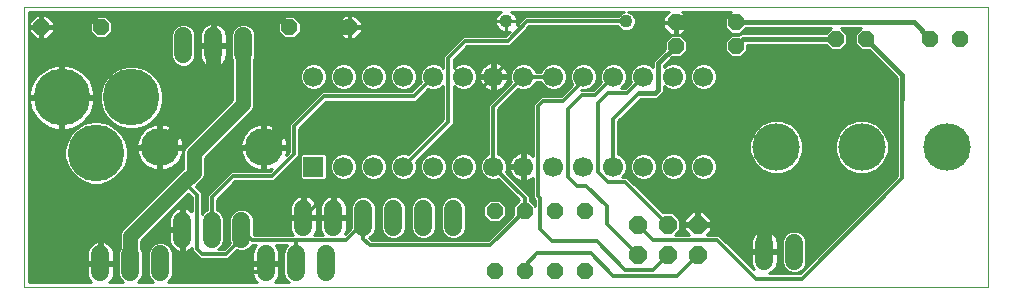
<source format=gtl>
G75*
%MOIN*%
%OFA0B0*%
%FSLAX24Y24*%
%IPPOS*%
%LPD*%
%AMOC8*
5,1,8,0,0,1.08239X$1,22.5*
%
%ADD10C,0.0000*%
%ADD11R,0.0669X0.0669*%
%ADD12C,0.0669*%
%ADD13C,0.1890*%
%ADD14C,0.1266*%
%ADD15C,0.0594*%
%ADD16C,0.1581*%
%ADD17C,0.0600*%
%ADD18OC8,0.0520*%
%ADD19C,0.0436*%
%ADD20OC8,0.0600*%
%ADD21C,0.0500*%
%ADD22C,0.0120*%
%ADD23C,0.0150*%
%ADD24C,0.0100*%
D10*
X001936Y000937D02*
X001936Y010268D01*
X034082Y010268D01*
X034082Y000937D01*
X001936Y000937D01*
D11*
X011578Y004949D03*
D12*
X012578Y004949D03*
X013578Y004949D03*
X014578Y004949D03*
X015578Y004949D03*
X016578Y004949D03*
X017578Y004949D03*
X018578Y004949D03*
X019578Y004949D03*
X020578Y004949D03*
X021578Y004949D03*
X022578Y004949D03*
X023578Y004949D03*
X024578Y004949D03*
X024578Y007949D03*
X023578Y007949D03*
X022578Y007949D03*
X021578Y007949D03*
X020578Y007949D03*
X019578Y007949D03*
X018578Y007949D03*
X017578Y007949D03*
X016578Y007949D03*
X015578Y007949D03*
X014578Y007949D03*
X013578Y007949D03*
X012578Y007949D03*
X011578Y007949D03*
D13*
X005515Y007256D03*
X003192Y007256D03*
X004334Y005406D03*
D14*
X006464Y005603D03*
X009928Y005603D03*
D15*
X009180Y003144D02*
X009180Y002550D01*
X008196Y002550D02*
X008196Y003144D01*
X007212Y003144D02*
X007212Y002550D01*
D16*
X027015Y005603D03*
X029849Y005603D03*
X032684Y005603D03*
D17*
X027604Y002407D02*
X027604Y001807D01*
X026604Y001807D02*
X026604Y002407D01*
X016247Y002946D02*
X016247Y003546D01*
X015247Y003546D02*
X015247Y002946D01*
X014247Y002946D02*
X014247Y003546D01*
X013247Y003546D02*
X013247Y002946D01*
X012247Y002946D02*
X012247Y003546D01*
X011247Y003546D02*
X011247Y002946D01*
X010991Y002025D02*
X010991Y001425D01*
X009991Y001425D02*
X009991Y002025D01*
X011991Y002025D02*
X011991Y001425D01*
X006479Y001425D02*
X006479Y002025D01*
X005479Y002025D02*
X005479Y001425D01*
X004479Y001425D02*
X004479Y002025D01*
X007235Y008693D02*
X007235Y009293D01*
X008235Y009293D02*
X008235Y008693D01*
X009235Y008693D02*
X009235Y009293D01*
D18*
X010779Y009599D03*
X012779Y009599D03*
X004511Y009599D03*
X002511Y009599D03*
X017617Y003474D03*
X018617Y003474D03*
X019617Y003474D03*
X020617Y003474D03*
X020617Y001474D03*
X019617Y001474D03*
X018617Y001474D03*
X017617Y001474D03*
X023653Y008969D03*
X025653Y008969D03*
X025653Y009756D03*
X023653Y009756D03*
X028995Y009205D03*
X029995Y009205D03*
X032145Y009205D03*
X033145Y009205D03*
D19*
X022002Y009796D03*
X018002Y009796D03*
D20*
X022393Y003012D03*
X023393Y003012D03*
X024393Y003012D03*
X024393Y002012D03*
X023393Y002012D03*
X022393Y002012D03*
D21*
X026604Y002107D02*
X026604Y002801D01*
X028310Y004507D01*
X028310Y007037D01*
X027780Y007567D01*
X026070Y007567D01*
X024720Y008917D01*
X024720Y009457D01*
X024421Y009756D01*
X023653Y009756D01*
X012779Y009599D02*
X011851Y009599D01*
X010430Y008177D01*
X010430Y006104D01*
X009928Y005603D01*
X009235Y007023D02*
X007600Y005387D01*
X007600Y004747D01*
X007275Y004422D01*
X005479Y002627D01*
X005479Y001725D01*
X006464Y005603D02*
X008235Y007374D01*
X008235Y008993D01*
X009235Y008993D02*
X009235Y007023D01*
D22*
X010930Y006287D02*
X010930Y005357D01*
X010200Y004627D01*
X008900Y004627D01*
X008196Y003924D01*
X008196Y002847D01*
X008660Y002027D02*
X009180Y002548D01*
X009180Y002847D01*
X009530Y002497D01*
X010991Y002497D01*
X011156Y002497D01*
X012660Y002497D01*
X013247Y003085D01*
X013247Y003246D01*
X013247Y002540D01*
X013460Y002327D01*
X017471Y002327D01*
X018617Y003474D01*
X018617Y003910D01*
X017578Y004949D01*
X017578Y006949D01*
X018578Y007949D01*
X019578Y007949D01*
X020080Y007657D02*
X020080Y008357D01*
X019920Y008517D01*
X018146Y008517D01*
X017578Y007949D01*
X017080Y007451D01*
X017080Y004467D01*
X016820Y004207D01*
X012209Y004207D01*
X011247Y003246D01*
X010991Y002497D02*
X010991Y001725D01*
X009991Y001725D02*
X009694Y001427D01*
X007846Y001427D01*
X007212Y002062D01*
X007212Y002847D01*
X007690Y002207D02*
X007690Y004007D01*
X007275Y004422D01*
X010930Y006287D02*
X011930Y007287D01*
X014916Y007287D01*
X015578Y007949D01*
X016080Y008577D02*
X016640Y009137D01*
X018050Y009137D01*
X018708Y009796D01*
X022002Y009796D01*
X021578Y007949D02*
X020956Y007327D01*
X020530Y007327D01*
X020080Y006877D01*
X020080Y004587D01*
X020360Y004307D01*
X020680Y004307D01*
X021360Y003627D01*
X021360Y003045D01*
X022393Y002012D01*
X022898Y001517D02*
X023393Y002012D01*
X022898Y002507D02*
X022393Y003012D01*
X023393Y003012D02*
X021978Y004427D01*
X021410Y004427D01*
X021080Y004757D01*
X021080Y007067D01*
X021410Y007397D01*
X022026Y007397D01*
X022578Y007949D01*
X022430Y007387D02*
X021578Y006535D01*
X021578Y004949D01*
X019140Y003897D02*
X019070Y003967D01*
X019070Y006967D01*
X019230Y007127D01*
X019900Y007127D01*
X020578Y007805D01*
X020578Y007949D01*
X020080Y007657D02*
X019840Y007417D01*
X018990Y007417D01*
X018578Y007005D01*
X018578Y004949D01*
X019140Y003897D02*
X019140Y002857D01*
X019520Y002477D01*
X021020Y002477D01*
X021980Y001517D01*
X022898Y001517D01*
X023698Y001317D02*
X021570Y001317D01*
X020830Y002057D01*
X019030Y002057D01*
X018617Y001645D01*
X018617Y001474D01*
X022898Y002507D02*
X025030Y002507D01*
X026320Y001217D01*
X027860Y001217D01*
X031210Y004567D01*
X031210Y007203D01*
X024393Y002012D02*
X023698Y001317D01*
X016080Y006451D02*
X014578Y004949D01*
X016080Y006451D02*
X016080Y008577D01*
X007870Y002027D02*
X007690Y002207D01*
X007870Y002027D02*
X008660Y002027D01*
D23*
X022430Y007387D02*
X022950Y007387D01*
X023080Y007517D01*
X023080Y008396D01*
X023653Y008969D01*
X025653Y008969D02*
X025889Y009205D01*
X028995Y009205D01*
X029995Y009205D02*
X031210Y007990D01*
X031210Y007203D01*
X032145Y009205D02*
X031594Y009756D01*
X025653Y009756D01*
D24*
X025283Y009802D02*
X024063Y009802D01*
X024063Y009786D02*
X024063Y009926D01*
X023871Y010118D01*
X025491Y010118D01*
X025283Y009910D01*
X025283Y009603D01*
X025499Y009386D01*
X025806Y009386D01*
X025991Y009571D01*
X028838Y009571D01*
X028657Y009390D01*
X025812Y009390D01*
X025761Y009339D01*
X025499Y009339D01*
X025283Y009122D01*
X025283Y008816D01*
X025499Y008599D01*
X025806Y008599D01*
X026023Y008816D01*
X026023Y009020D01*
X028657Y009020D01*
X028842Y008835D01*
X029148Y008835D01*
X029365Y009052D01*
X029365Y009358D01*
X029152Y009571D01*
X029838Y009571D01*
X029625Y009358D01*
X029625Y009052D01*
X029842Y008835D01*
X030103Y008835D01*
X031025Y007914D01*
X031025Y007126D01*
X031040Y007111D01*
X031040Y004638D01*
X027789Y001387D01*
X026769Y001387D01*
X026777Y001390D01*
X026840Y001422D01*
X026897Y001464D01*
X026947Y001514D01*
X026989Y001571D01*
X027021Y001634D01*
X027043Y001702D01*
X027054Y001772D01*
X027054Y002057D01*
X026654Y002057D01*
X026654Y002157D01*
X027054Y002157D01*
X027054Y002442D01*
X027043Y002512D01*
X027021Y002580D01*
X026989Y002643D01*
X026947Y002700D01*
X026897Y002750D01*
X026840Y002792D01*
X026777Y002824D01*
X026709Y002846D01*
X026654Y002855D01*
X026654Y002157D01*
X026554Y002157D01*
X026554Y002855D01*
X026498Y002846D01*
X026431Y002824D01*
X026368Y002792D01*
X026311Y002750D01*
X026261Y002700D01*
X026219Y002643D01*
X026187Y002580D01*
X026165Y002512D01*
X026154Y002442D01*
X026154Y002157D01*
X026554Y002157D01*
X026554Y002057D01*
X026154Y002057D01*
X026154Y001772D01*
X026165Y001702D01*
X026187Y001634D01*
X026219Y001571D01*
X026252Y001525D01*
X025200Y002578D01*
X025100Y002677D01*
X024694Y002677D01*
X024843Y002826D01*
X024843Y002962D01*
X024443Y002962D01*
X024443Y003062D01*
X024843Y003062D01*
X024843Y003199D01*
X024579Y003462D01*
X024443Y003462D01*
X024443Y003062D01*
X024343Y003062D01*
X024343Y002962D01*
X023943Y002962D01*
X023943Y002826D01*
X024091Y002677D01*
X023638Y002677D01*
X023803Y002842D01*
X023803Y003182D01*
X023563Y003422D01*
X023223Y003422D01*
X022148Y004498D01*
X022048Y004597D01*
X021855Y004597D01*
X021955Y004697D01*
X022022Y004861D01*
X022022Y005038D01*
X021955Y005201D01*
X021830Y005326D01*
X021748Y005360D01*
X021748Y006465D01*
X022485Y007202D01*
X023026Y007202D01*
X023156Y007332D01*
X023265Y007441D01*
X023265Y007633D01*
X023326Y007572D01*
X023489Y007505D01*
X023666Y007505D01*
X023830Y007572D01*
X023955Y007697D01*
X024022Y007861D01*
X024022Y008038D01*
X023955Y008201D01*
X023830Y008326D01*
X023666Y008394D01*
X023489Y008394D01*
X023326Y008326D01*
X023265Y008265D01*
X023265Y008319D01*
X023544Y008599D01*
X023806Y008599D01*
X024023Y008816D01*
X024023Y009122D01*
X023806Y009339D01*
X023499Y009339D01*
X023283Y009122D01*
X023283Y008861D01*
X022895Y008473D01*
X022895Y008261D01*
X022830Y008326D01*
X022666Y008394D01*
X022489Y008394D01*
X022326Y008326D01*
X022201Y008201D01*
X022133Y008038D01*
X022133Y007861D01*
X022167Y007779D01*
X021956Y007567D01*
X021818Y007567D01*
X021830Y007572D01*
X021955Y007697D01*
X022022Y007861D01*
X022022Y008038D01*
X021955Y008201D01*
X021830Y008326D01*
X021666Y008394D01*
X021489Y008394D01*
X021326Y008326D01*
X021201Y008201D01*
X021133Y008038D01*
X021133Y007861D01*
X021167Y007779D01*
X020886Y007497D01*
X020510Y007497D01*
X020517Y007505D01*
X020666Y007505D01*
X020830Y007572D01*
X020955Y007697D01*
X021022Y007861D01*
X021022Y008038D01*
X020955Y008201D01*
X020830Y008326D01*
X020666Y008394D01*
X020489Y008394D01*
X020326Y008326D01*
X020201Y008201D01*
X020133Y008038D01*
X020133Y007861D01*
X020201Y007697D01*
X020215Y007683D01*
X019829Y007297D01*
X019159Y007297D01*
X019060Y007198D01*
X018900Y007038D01*
X018900Y005313D01*
X018893Y005319D01*
X018832Y005364D01*
X018764Y005398D01*
X018691Y005422D01*
X018626Y005432D01*
X018626Y004998D01*
X018529Y004998D01*
X018529Y005432D01*
X018464Y005422D01*
X018392Y005398D01*
X018324Y005364D01*
X018262Y005319D01*
X018208Y005265D01*
X018163Y005203D01*
X018129Y005135D01*
X018105Y005063D01*
X018095Y004998D01*
X018529Y004998D01*
X018529Y004901D01*
X018095Y004901D01*
X018105Y004836D01*
X018129Y004763D01*
X018163Y004695D01*
X018208Y004633D01*
X018262Y004580D01*
X018324Y004535D01*
X018392Y004500D01*
X018464Y004477D01*
X018529Y004466D01*
X018529Y004901D01*
X018626Y004901D01*
X018626Y004466D01*
X018691Y004477D01*
X018764Y004500D01*
X018832Y004535D01*
X018893Y004580D01*
X018900Y004586D01*
X018900Y003897D01*
X018970Y003827D01*
X018970Y003644D01*
X018787Y003827D01*
X018787Y003980D01*
X017988Y004779D01*
X018022Y004861D01*
X018022Y005038D01*
X017955Y005201D01*
X017830Y005326D01*
X017748Y005360D01*
X017748Y006879D01*
X018407Y007538D01*
X018489Y007505D01*
X018666Y007505D01*
X018830Y007572D01*
X018955Y007697D01*
X018989Y007779D01*
X019167Y007779D01*
X019201Y007697D01*
X019326Y007572D01*
X019489Y007505D01*
X019666Y007505D01*
X019830Y007572D01*
X019955Y007697D01*
X020022Y007861D01*
X020022Y008038D01*
X019955Y008201D01*
X019830Y008326D01*
X019666Y008394D01*
X019489Y008394D01*
X019326Y008326D01*
X019201Y008201D01*
X019167Y008119D01*
X018989Y008119D01*
X018955Y008201D01*
X018830Y008326D01*
X018666Y008394D01*
X018489Y008394D01*
X018326Y008326D01*
X018201Y008201D01*
X018133Y008038D01*
X018133Y007861D01*
X018167Y007779D01*
X017507Y007119D01*
X017408Y007020D01*
X017408Y005360D01*
X017326Y005326D01*
X017201Y005201D01*
X017133Y005038D01*
X017133Y004861D01*
X017201Y004697D01*
X017326Y004572D01*
X017489Y004505D01*
X017666Y004505D01*
X017748Y004538D01*
X018447Y003839D01*
X018447Y003827D01*
X018247Y003627D01*
X018247Y003344D01*
X017400Y002497D01*
X013530Y002497D01*
X013444Y002584D01*
X013479Y002598D01*
X013595Y002714D01*
X013657Y002864D01*
X013657Y003627D01*
X013595Y003778D01*
X013479Y003893D01*
X013329Y003956D01*
X013165Y003956D01*
X013015Y003893D01*
X012899Y003778D01*
X012837Y003627D01*
X012837Y002915D01*
X012632Y002710D01*
X012664Y002773D01*
X012686Y002841D01*
X012697Y002910D01*
X012697Y003196D01*
X012297Y003196D01*
X012297Y003296D01*
X012197Y003296D01*
X012197Y003994D01*
X012142Y003985D01*
X012074Y003963D01*
X012011Y003931D01*
X011954Y003889D01*
X011904Y003839D01*
X011862Y003782D01*
X011830Y003719D01*
X011808Y003651D01*
X011797Y003581D01*
X011797Y003296D01*
X012197Y003296D01*
X012197Y003196D01*
X011797Y003196D01*
X011797Y002910D01*
X011808Y002841D01*
X011830Y002773D01*
X011862Y002710D01*
X011893Y002667D01*
X011601Y002667D01*
X011632Y002710D01*
X011664Y002773D01*
X011686Y002841D01*
X011697Y002910D01*
X011697Y003196D01*
X011297Y003196D01*
X011297Y003296D01*
X011197Y003296D01*
X011197Y003994D01*
X011142Y003985D01*
X011074Y003963D01*
X011011Y003931D01*
X010954Y003889D01*
X010904Y003839D01*
X010862Y003782D01*
X010830Y003719D01*
X010808Y003651D01*
X010797Y003581D01*
X010797Y003296D01*
X011197Y003296D01*
X011197Y003196D01*
X010797Y003196D01*
X010797Y002910D01*
X010808Y002841D01*
X010830Y002773D01*
X010862Y002710D01*
X010893Y002667D01*
X009600Y002667D01*
X009587Y002680D01*
X009587Y003225D01*
X009525Y003374D01*
X009411Y003489D01*
X009261Y003551D01*
X009099Y003551D01*
X008950Y003489D01*
X008835Y003374D01*
X008773Y003225D01*
X008773Y002469D01*
X008799Y002407D01*
X008589Y002197D01*
X008408Y002197D01*
X008426Y002205D01*
X008541Y002320D01*
X008603Y002469D01*
X008603Y003225D01*
X008541Y003374D01*
X008426Y003489D01*
X008366Y003514D01*
X008366Y003853D01*
X008970Y004457D01*
X010270Y004457D01*
X010370Y004557D01*
X011100Y005287D01*
X011100Y006217D01*
X012000Y007117D01*
X014986Y007117D01*
X015086Y007217D01*
X015407Y007538D01*
X015489Y007505D01*
X015666Y007505D01*
X015830Y007572D01*
X015910Y007652D01*
X015910Y006522D01*
X014748Y005360D01*
X014666Y005394D01*
X014489Y005394D01*
X014326Y005326D01*
X014201Y005201D01*
X014133Y005038D01*
X014133Y004861D01*
X014201Y004697D01*
X014326Y004572D01*
X014489Y004505D01*
X014666Y004505D01*
X014830Y004572D01*
X014955Y004697D01*
X015022Y004861D01*
X015022Y005038D01*
X014988Y005120D01*
X016150Y006281D01*
X016250Y006381D01*
X016250Y007648D01*
X016326Y007572D01*
X016489Y007505D01*
X016666Y007505D01*
X016830Y007572D01*
X016955Y007697D01*
X017022Y007861D01*
X017022Y008038D01*
X016955Y008201D01*
X016830Y008326D01*
X016666Y008394D01*
X016489Y008394D01*
X016326Y008326D01*
X016250Y008250D01*
X016250Y008507D01*
X016710Y008967D01*
X018120Y008967D01*
X018220Y009067D01*
X018778Y009626D01*
X021717Y009626D01*
X021724Y009610D01*
X021816Y009518D01*
X021937Y009468D01*
X022067Y009468D01*
X022188Y009518D01*
X022280Y009610D01*
X022330Y009730D01*
X022330Y009861D01*
X022280Y009982D01*
X022188Y010074D01*
X022081Y010118D01*
X023435Y010118D01*
X023243Y009926D01*
X023243Y009786D01*
X023623Y009786D01*
X023623Y009726D01*
X023683Y009726D01*
X023683Y009786D01*
X024063Y009786D01*
X024063Y009726D02*
X023683Y009726D01*
X023683Y009346D01*
X023822Y009346D01*
X024063Y009586D01*
X024063Y009726D01*
X024063Y009704D02*
X025283Y009704D01*
X025283Y009605D02*
X024063Y009605D01*
X023983Y009507D02*
X025379Y009507D01*
X025477Y009408D02*
X023885Y009408D01*
X023835Y009310D02*
X025470Y009310D01*
X025372Y009211D02*
X023933Y009211D01*
X024023Y009113D02*
X025283Y009113D01*
X025283Y009014D02*
X024023Y009014D01*
X024023Y008916D02*
X025283Y008916D01*
X025283Y008817D02*
X024023Y008817D01*
X023926Y008719D02*
X025379Y008719D01*
X025478Y008620D02*
X023827Y008620D01*
X023467Y008522D02*
X030417Y008522D01*
X030515Y008423D02*
X023369Y008423D01*
X023325Y008325D02*
X023270Y008325D01*
X022895Y008325D02*
X022831Y008325D01*
X022895Y008423D02*
X017682Y008423D01*
X017691Y008422D02*
X017626Y008432D01*
X017626Y007998D01*
X017529Y007998D01*
X017529Y008432D01*
X017464Y008422D01*
X017392Y008398D01*
X017324Y008364D01*
X017262Y008319D01*
X017208Y008265D01*
X017163Y008203D01*
X017129Y008135D01*
X017105Y008063D01*
X017095Y007998D01*
X017529Y007998D01*
X017529Y007901D01*
X017095Y007901D01*
X017105Y007836D01*
X017129Y007763D01*
X017163Y007695D01*
X017208Y007633D01*
X017262Y007580D01*
X017324Y007535D01*
X017392Y007500D01*
X017464Y007477D01*
X017529Y007466D01*
X017529Y007901D01*
X017626Y007901D01*
X017626Y007998D01*
X018061Y007998D01*
X018050Y008063D01*
X018027Y008135D01*
X017992Y008203D01*
X017947Y008265D01*
X017893Y008319D01*
X017832Y008364D01*
X017764Y008398D01*
X017691Y008422D01*
X017626Y008423D02*
X017529Y008423D01*
X017474Y008423D02*
X016250Y008423D01*
X016250Y008325D02*
X016325Y008325D01*
X015910Y008325D02*
X015831Y008325D01*
X015830Y008326D02*
X015666Y008394D01*
X015489Y008394D01*
X015326Y008326D01*
X015201Y008201D01*
X015133Y008038D01*
X015133Y007861D01*
X015167Y007779D01*
X014846Y007457D01*
X011859Y007457D01*
X010859Y006457D01*
X010760Y006358D01*
X010760Y005428D01*
X010663Y005331D01*
X010671Y005351D01*
X010698Y005450D01*
X010711Y005551D01*
X010711Y005553D01*
X009978Y005553D01*
X009978Y005653D01*
X009878Y005653D01*
X009878Y006386D01*
X009877Y006386D01*
X009775Y006372D01*
X009676Y006346D01*
X009581Y006307D01*
X009492Y006255D01*
X009411Y006193D01*
X009338Y006120D01*
X009276Y006039D01*
X009224Y005950D01*
X009185Y005855D01*
X009158Y005756D01*
X009145Y005654D01*
X009145Y005653D01*
X009878Y005653D01*
X009878Y005553D01*
X009145Y005553D01*
X009145Y005551D01*
X009158Y005450D01*
X009185Y005351D01*
X009224Y005256D01*
X009276Y005167D01*
X009338Y005085D01*
X009411Y005013D01*
X009492Y004950D01*
X009581Y004899D01*
X009676Y004860D01*
X009775Y004833D01*
X009877Y004820D01*
X009878Y004820D01*
X009878Y005553D01*
X009978Y005553D01*
X009978Y004820D01*
X009979Y004820D01*
X010081Y004833D01*
X010180Y004860D01*
X010199Y004868D01*
X010129Y004797D01*
X008829Y004797D01*
X008125Y004094D01*
X008026Y003994D01*
X008026Y003514D01*
X007965Y003489D01*
X007860Y003383D01*
X007860Y004078D01*
X007649Y004288D01*
X007905Y004543D01*
X007960Y004676D01*
X007960Y005238D01*
X009540Y006819D01*
X009595Y006951D01*
X009595Y008490D01*
X009645Y008611D01*
X009645Y009374D01*
X009583Y009525D01*
X009467Y009640D01*
X009317Y009703D01*
X009154Y009703D01*
X009003Y009640D01*
X008888Y009525D01*
X008825Y009374D01*
X008825Y008611D01*
X008875Y008490D01*
X008875Y007172D01*
X007396Y005693D01*
X007295Y005591D01*
X007240Y005459D01*
X007240Y004897D01*
X007071Y004728D01*
X005275Y002932D01*
X005174Y002831D01*
X005119Y002699D01*
X005119Y002227D01*
X005069Y002106D01*
X005069Y001343D01*
X005132Y001193D01*
X005237Y001087D01*
X004778Y001087D01*
X004823Y001132D01*
X004864Y001189D01*
X004896Y001252D01*
X004918Y001319D01*
X004929Y001389D01*
X004929Y001675D01*
X004529Y001675D01*
X004529Y001775D01*
X004429Y001775D01*
X004429Y001675D01*
X004029Y001675D01*
X004029Y001389D01*
X004040Y001319D01*
X004062Y001252D01*
X004094Y001189D01*
X004136Y001132D01*
X004180Y001087D01*
X002086Y001087D01*
X002086Y010118D01*
X017822Y010118D01*
X017768Y010082D01*
X017716Y010030D01*
X017676Y009970D01*
X017648Y009903D01*
X017634Y009832D01*
X017634Y009805D01*
X017993Y009805D01*
X017993Y009787D01*
X017634Y009787D01*
X017634Y009759D01*
X017648Y009688D01*
X017676Y009621D01*
X017716Y009561D01*
X017768Y009510D01*
X017828Y009469D01*
X017895Y009442D01*
X017966Y009428D01*
X017993Y009428D01*
X017993Y009787D01*
X018011Y009787D01*
X018011Y009805D01*
X018370Y009805D01*
X018370Y009832D01*
X018356Y009903D01*
X018328Y009970D01*
X018288Y010030D01*
X018237Y010082D01*
X018182Y010118D01*
X021923Y010118D01*
X021816Y010074D01*
X021724Y009982D01*
X021717Y009966D01*
X018638Y009966D01*
X018353Y009681D01*
X018356Y009688D01*
X018370Y009759D01*
X018370Y009787D01*
X018011Y009787D01*
X018011Y009428D01*
X018038Y009428D01*
X018110Y009442D01*
X018116Y009445D01*
X017979Y009307D01*
X016569Y009307D01*
X016470Y009208D01*
X015910Y008648D01*
X015910Y008246D01*
X015830Y008326D01*
X015910Y008423D02*
X009595Y008423D01*
X009595Y008325D02*
X011325Y008325D01*
X011326Y008326D02*
X011201Y008201D01*
X011133Y008038D01*
X011133Y007861D01*
X011201Y007697D01*
X011326Y007572D01*
X011489Y007505D01*
X011666Y007505D01*
X011830Y007572D01*
X011955Y007697D01*
X012022Y007861D01*
X012022Y008038D01*
X011955Y008201D01*
X011830Y008326D01*
X011666Y008394D01*
X011489Y008394D01*
X011326Y008326D01*
X011226Y008226D02*
X009595Y008226D01*
X009595Y008128D02*
X011170Y008128D01*
X011133Y008029D02*
X009595Y008029D01*
X009595Y007931D02*
X011133Y007931D01*
X011145Y007832D02*
X009595Y007832D01*
X009595Y007734D02*
X011186Y007734D01*
X011263Y007635D02*
X009595Y007635D01*
X009595Y007537D02*
X011411Y007537D01*
X011744Y007537D02*
X012411Y007537D01*
X012489Y007505D02*
X012666Y007505D01*
X012830Y007572D01*
X012955Y007697D01*
X013022Y007861D01*
X013022Y008038D01*
X012955Y008201D01*
X012830Y008326D01*
X012666Y008394D01*
X012489Y008394D01*
X012326Y008326D01*
X012201Y008201D01*
X012133Y008038D01*
X012133Y007861D01*
X012201Y007697D01*
X012326Y007572D01*
X012489Y007505D01*
X012744Y007537D02*
X013411Y007537D01*
X013489Y007505D02*
X013666Y007505D01*
X013830Y007572D01*
X013955Y007697D01*
X014022Y007861D01*
X014022Y008038D01*
X013955Y008201D01*
X013830Y008326D01*
X013666Y008394D01*
X013489Y008394D01*
X013326Y008326D01*
X013201Y008201D01*
X013133Y008038D01*
X013133Y007861D01*
X013201Y007697D01*
X013326Y007572D01*
X013489Y007505D01*
X013744Y007537D02*
X014411Y007537D01*
X014489Y007505D02*
X014326Y007572D01*
X014201Y007697D01*
X014133Y007861D01*
X014133Y008038D01*
X014201Y008201D01*
X014326Y008326D01*
X014489Y008394D01*
X014666Y008394D01*
X014830Y008326D01*
X014955Y008201D01*
X015022Y008038D01*
X015022Y007861D01*
X014955Y007697D01*
X014830Y007572D01*
X014666Y007505D01*
X014489Y007505D01*
X014744Y007537D02*
X014925Y007537D01*
X014893Y007635D02*
X015024Y007635D01*
X014970Y007734D02*
X015122Y007734D01*
X015145Y007832D02*
X015011Y007832D01*
X015022Y007931D02*
X015133Y007931D01*
X015133Y008029D02*
X015022Y008029D01*
X014985Y008128D02*
X015170Y008128D01*
X015226Y008226D02*
X014929Y008226D01*
X014831Y008325D02*
X015325Y008325D01*
X015910Y008522D02*
X009608Y008522D01*
X009645Y008620D02*
X015910Y008620D01*
X015981Y008719D02*
X009645Y008719D01*
X009645Y008817D02*
X016079Y008817D01*
X016178Y008916D02*
X009645Y008916D01*
X009645Y009014D02*
X016276Y009014D01*
X016375Y009113D02*
X009645Y009113D01*
X009645Y009211D02*
X012586Y009211D01*
X012609Y009189D02*
X012749Y009189D01*
X012749Y009569D01*
X012809Y009569D01*
X012809Y009629D01*
X013189Y009629D01*
X013189Y009769D01*
X012948Y010009D01*
X012809Y010009D01*
X012809Y009629D01*
X012749Y009629D01*
X012749Y010009D01*
X012609Y010009D01*
X012369Y009769D01*
X012369Y009629D01*
X012749Y009629D01*
X012749Y009569D01*
X012369Y009569D01*
X012369Y009429D01*
X012609Y009189D01*
X012749Y009211D02*
X012809Y009211D01*
X012809Y009189D02*
X012948Y009189D01*
X013189Y009429D01*
X013189Y009569D01*
X012809Y009569D01*
X012809Y009189D01*
X012809Y009310D02*
X012749Y009310D01*
X012749Y009408D02*
X012809Y009408D01*
X012809Y009507D02*
X012749Y009507D01*
X012749Y009605D02*
X011149Y009605D01*
X011149Y009507D02*
X012369Y009507D01*
X012389Y009408D02*
X011111Y009408D01*
X011149Y009446D02*
X010932Y009229D01*
X010625Y009229D01*
X010409Y009446D01*
X010409Y009752D01*
X010625Y009969D01*
X010932Y009969D01*
X011149Y009752D01*
X011149Y009446D01*
X011013Y009310D02*
X012488Y009310D01*
X012971Y009211D02*
X016473Y009211D01*
X016659Y008916D02*
X023283Y008916D01*
X023283Y009014D02*
X018167Y009014D01*
X018266Y009113D02*
X023283Y009113D01*
X023372Y009211D02*
X018364Y009211D01*
X018463Y009310D02*
X023470Y009310D01*
X023483Y009346D02*
X023623Y009346D01*
X023623Y009726D01*
X023243Y009726D01*
X023243Y009586D01*
X023483Y009346D01*
X023421Y009408D02*
X018561Y009408D01*
X018660Y009507D02*
X021842Y009507D01*
X021728Y009605D02*
X018758Y009605D01*
X018474Y009802D02*
X018011Y009802D01*
X017993Y009802D02*
X013155Y009802D01*
X013189Y009704D02*
X017645Y009704D01*
X017687Y009605D02*
X012809Y009605D01*
X012809Y009704D02*
X012749Y009704D01*
X012749Y009802D02*
X012809Y009802D01*
X012809Y009901D02*
X012749Y009901D01*
X012749Y009999D02*
X012809Y009999D01*
X012958Y009999D02*
X017696Y009999D01*
X017648Y009901D02*
X013056Y009901D01*
X012599Y009999D02*
X002690Y009999D01*
X002681Y010009D02*
X002541Y010009D01*
X002541Y009629D01*
X002921Y009629D01*
X002921Y009769D01*
X002681Y010009D01*
X002541Y009999D02*
X002481Y009999D01*
X002481Y010009D02*
X002341Y010009D01*
X002101Y009769D01*
X002101Y009629D01*
X002481Y009629D01*
X002481Y010009D01*
X002481Y009901D02*
X002541Y009901D01*
X002541Y009802D02*
X002481Y009802D01*
X002481Y009704D02*
X002541Y009704D01*
X002541Y009629D02*
X002481Y009629D01*
X002481Y009569D01*
X002541Y009569D01*
X002541Y009629D01*
X002541Y009605D02*
X004141Y009605D01*
X004141Y009507D02*
X002921Y009507D01*
X002921Y009569D02*
X002921Y009429D01*
X002681Y009189D01*
X002541Y009189D01*
X002541Y009569D01*
X002921Y009569D01*
X002921Y009704D02*
X004141Y009704D01*
X004141Y009752D02*
X004141Y009446D01*
X004358Y009229D01*
X004664Y009229D01*
X004881Y009446D01*
X004881Y009752D01*
X004664Y009969D01*
X004358Y009969D01*
X004141Y009752D01*
X004191Y009802D02*
X002887Y009802D01*
X002789Y009901D02*
X004290Y009901D01*
X004732Y009901D02*
X010557Y009901D01*
X010459Y009802D02*
X004830Y009802D01*
X004881Y009704D02*
X008051Y009704D01*
X008062Y009710D02*
X007999Y009677D01*
X007942Y009636D01*
X007892Y009586D01*
X007850Y009528D01*
X007818Y009465D01*
X007796Y009398D01*
X007785Y009328D01*
X007785Y009043D01*
X008185Y009043D01*
X008185Y009740D01*
X008130Y009731D01*
X008062Y009710D01*
X008185Y009704D02*
X008285Y009704D01*
X008285Y009740D02*
X008285Y009043D01*
X008185Y009043D01*
X008185Y008943D01*
X007785Y008943D01*
X007785Y008657D01*
X007796Y008587D01*
X007818Y008520D01*
X007850Y008457D01*
X007892Y008399D01*
X007942Y008349D01*
X007999Y008308D01*
X008062Y008275D01*
X008130Y008254D01*
X008185Y008245D01*
X008185Y008943D01*
X008285Y008943D01*
X008285Y009043D01*
X008685Y009043D01*
X008685Y009328D01*
X008674Y009398D01*
X008652Y009465D01*
X008620Y009528D01*
X008578Y009586D01*
X008528Y009636D01*
X008471Y009677D01*
X008408Y009710D01*
X008341Y009731D01*
X008285Y009740D01*
X008285Y009605D02*
X008185Y009605D01*
X008185Y009507D02*
X008285Y009507D01*
X008285Y009408D02*
X008185Y009408D01*
X008185Y009310D02*
X008285Y009310D01*
X008285Y009211D02*
X008185Y009211D01*
X008185Y009113D02*
X008285Y009113D01*
X008285Y009014D02*
X008825Y009014D01*
X008825Y008916D02*
X008685Y008916D01*
X008685Y008943D02*
X008285Y008943D01*
X008285Y008245D01*
X008341Y008254D01*
X008408Y008275D01*
X008471Y008308D01*
X008528Y008349D01*
X008578Y008399D01*
X008620Y008457D01*
X008652Y008520D01*
X008674Y008587D01*
X008685Y008657D01*
X008685Y008943D01*
X008685Y008817D02*
X008825Y008817D01*
X008825Y008719D02*
X008685Y008719D01*
X008679Y008620D02*
X008825Y008620D01*
X008862Y008522D02*
X008653Y008522D01*
X008596Y008423D02*
X008875Y008423D01*
X008875Y008325D02*
X008495Y008325D01*
X008285Y008325D02*
X008185Y008325D01*
X008185Y008423D02*
X008285Y008423D01*
X008285Y008522D02*
X008185Y008522D01*
X008185Y008620D02*
X008285Y008620D01*
X008285Y008719D02*
X008185Y008719D01*
X008185Y008817D02*
X008285Y008817D01*
X008285Y008916D02*
X008185Y008916D01*
X008185Y009014D02*
X007645Y009014D01*
X007645Y008916D02*
X007785Y008916D01*
X007785Y008817D02*
X007645Y008817D01*
X007645Y008719D02*
X007785Y008719D01*
X007791Y008620D02*
X007645Y008620D01*
X007645Y008611D02*
X007645Y009374D01*
X007583Y009525D01*
X007467Y009640D01*
X007317Y009703D01*
X007154Y009703D01*
X007003Y009640D01*
X006888Y009525D01*
X006825Y009374D01*
X006825Y008611D01*
X006888Y008460D01*
X007003Y008345D01*
X007154Y008283D01*
X007317Y008283D01*
X007467Y008345D01*
X007583Y008460D01*
X007645Y008611D01*
X007608Y008522D02*
X007818Y008522D01*
X007875Y008423D02*
X007546Y008423D01*
X007419Y008325D02*
X007976Y008325D01*
X007051Y008325D02*
X003430Y008325D01*
X003376Y008337D02*
X003253Y008351D01*
X003242Y008351D01*
X003242Y007306D01*
X004287Y007306D01*
X004287Y007318D01*
X004273Y007440D01*
X004246Y007560D01*
X004205Y007676D01*
X004152Y007787D01*
X004086Y007891D01*
X004010Y007987D01*
X003923Y008074D01*
X003827Y008151D01*
X003722Y008216D01*
X003612Y008269D01*
X003496Y008310D01*
X003376Y008337D01*
X003242Y008325D02*
X003142Y008325D01*
X003142Y008351D02*
X003130Y008351D01*
X003008Y008337D01*
X002888Y008310D01*
X002772Y008269D01*
X002661Y008216D01*
X002557Y008151D01*
X002461Y008074D01*
X002374Y007987D01*
X002298Y007891D01*
X002232Y007787D01*
X002179Y007676D01*
X002138Y007560D01*
X002111Y007440D01*
X002097Y007318D01*
X002097Y007306D01*
X003142Y007306D01*
X003142Y007206D01*
X003242Y007206D01*
X003242Y006161D01*
X003253Y006161D01*
X003376Y006175D01*
X003496Y006203D01*
X003612Y006243D01*
X003722Y006297D01*
X003827Y006362D01*
X003923Y006439D01*
X004010Y006526D01*
X004086Y006622D01*
X004152Y006726D01*
X004205Y006837D01*
X004246Y006953D01*
X004273Y007073D01*
X004287Y007195D01*
X004287Y007206D01*
X003242Y007206D01*
X003242Y007306D01*
X003142Y007306D01*
X003142Y008351D01*
X003142Y008226D02*
X003242Y008226D01*
X003242Y008128D02*
X003142Y008128D01*
X003142Y008029D02*
X003242Y008029D01*
X003242Y007931D02*
X003142Y007931D01*
X003142Y007832D02*
X003242Y007832D01*
X003242Y007734D02*
X003142Y007734D01*
X003142Y007635D02*
X003242Y007635D01*
X003242Y007537D02*
X003142Y007537D01*
X003142Y007438D02*
X003242Y007438D01*
X003242Y007340D02*
X003142Y007340D01*
X003142Y007241D02*
X002086Y007241D01*
X002097Y007206D02*
X002097Y007195D01*
X002111Y007073D01*
X002138Y006953D01*
X002179Y006837D01*
X002232Y006726D01*
X002298Y006622D01*
X002374Y006526D01*
X002461Y006439D01*
X002557Y006362D01*
X002661Y006297D01*
X002772Y006243D01*
X002888Y006203D01*
X003008Y006175D01*
X003130Y006161D01*
X003142Y006161D01*
X003142Y007206D01*
X002097Y007206D01*
X002086Y007143D02*
X002103Y007143D01*
X002117Y007044D02*
X002086Y007044D01*
X002086Y006946D02*
X002141Y006946D01*
X002175Y006847D02*
X002086Y006847D01*
X002086Y006749D02*
X002221Y006749D01*
X002280Y006650D02*
X002086Y006650D01*
X002086Y006552D02*
X002353Y006552D01*
X002446Y006453D02*
X002086Y006453D01*
X002086Y006355D02*
X002569Y006355D01*
X002745Y006256D02*
X002086Y006256D01*
X002086Y006158D02*
X003594Y006158D01*
X003639Y006256D02*
X003697Y006256D01*
X003686Y006250D02*
X003490Y006054D01*
X003351Y005813D01*
X003279Y005545D01*
X003279Y005267D01*
X003351Y004999D01*
X003490Y004758D01*
X003686Y004562D01*
X003926Y004423D01*
X004195Y004351D01*
X004473Y004351D01*
X004741Y004423D01*
X004981Y004562D01*
X005178Y004758D01*
X005317Y004999D01*
X005389Y005267D01*
X005389Y005545D01*
X005317Y005813D01*
X005178Y006054D01*
X004981Y006250D01*
X004741Y006389D01*
X004473Y006461D01*
X004195Y006461D01*
X003926Y006389D01*
X003686Y006250D01*
X003815Y006355D02*
X003868Y006355D01*
X003937Y006453D02*
X004167Y006453D01*
X004031Y006552D02*
X004727Y006552D01*
X004671Y006609D02*
X004867Y006412D01*
X005108Y006273D01*
X005376Y006201D01*
X005654Y006201D01*
X005922Y006273D01*
X006162Y006412D01*
X006359Y006609D01*
X006498Y006849D01*
X006570Y007117D01*
X006570Y007395D01*
X006498Y007663D01*
X006359Y007904D01*
X006162Y008100D01*
X005922Y008239D01*
X005654Y008311D01*
X005376Y008311D01*
X005108Y008239D01*
X004867Y008100D01*
X004671Y007904D01*
X004532Y007663D01*
X004460Y007395D01*
X004460Y007117D01*
X004532Y006849D01*
X004671Y006609D01*
X004646Y006650D02*
X004104Y006650D01*
X004163Y006749D02*
X004590Y006749D01*
X004533Y006847D02*
X004209Y006847D01*
X004243Y006946D02*
X004506Y006946D01*
X004479Y007044D02*
X004267Y007044D01*
X004281Y007143D02*
X004460Y007143D01*
X004460Y007241D02*
X003242Y007241D01*
X003242Y007143D02*
X003142Y007143D01*
X003142Y007044D02*
X003242Y007044D01*
X003242Y006946D02*
X003142Y006946D01*
X003142Y006847D02*
X003242Y006847D01*
X003242Y006749D02*
X003142Y006749D01*
X003142Y006650D02*
X003242Y006650D01*
X003242Y006552D02*
X003142Y006552D01*
X003142Y006453D02*
X003242Y006453D01*
X003242Y006355D02*
X003142Y006355D01*
X003142Y006256D02*
X003242Y006256D01*
X003495Y006059D02*
X002086Y006059D01*
X002086Y005961D02*
X003436Y005961D01*
X003379Y005862D02*
X002086Y005862D01*
X002086Y005764D02*
X003337Y005764D01*
X003311Y005665D02*
X002086Y005665D01*
X002086Y005567D02*
X003285Y005567D01*
X003279Y005468D02*
X002086Y005468D01*
X002086Y005370D02*
X003279Y005370D01*
X003279Y005271D02*
X002086Y005271D01*
X002086Y005173D02*
X003304Y005173D01*
X003330Y005074D02*
X002086Y005074D01*
X002086Y004976D02*
X003364Y004976D01*
X003421Y004877D02*
X002086Y004877D01*
X002086Y004779D02*
X003478Y004779D01*
X003567Y004680D02*
X002086Y004680D01*
X002086Y004582D02*
X003666Y004582D01*
X003822Y004483D02*
X002086Y004483D01*
X002086Y004385D02*
X004068Y004385D01*
X004599Y004385D02*
X006728Y004385D01*
X006630Y004286D02*
X002086Y004286D01*
X002086Y004188D02*
X006531Y004188D01*
X006433Y004089D02*
X002086Y004089D01*
X002086Y003991D02*
X006334Y003991D01*
X006236Y003892D02*
X002086Y003892D01*
X002086Y003794D02*
X006137Y003794D01*
X006039Y003695D02*
X002086Y003695D01*
X002086Y003597D02*
X005940Y003597D01*
X005842Y003498D02*
X002086Y003498D01*
X002086Y003400D02*
X005743Y003400D01*
X005645Y003301D02*
X002086Y003301D01*
X002086Y003203D02*
X005546Y003203D01*
X005448Y003104D02*
X002086Y003104D01*
X002086Y003006D02*
X005349Y003006D01*
X005251Y002907D02*
X002086Y002907D01*
X002086Y002809D02*
X005165Y002809D01*
X005124Y002710D02*
X002086Y002710D01*
X002086Y002612D02*
X005119Y002612D01*
X005119Y002513D02*
X002086Y002513D01*
X002086Y002415D02*
X004254Y002415D01*
X004243Y002410D02*
X004186Y002368D01*
X004136Y002318D01*
X004094Y002261D01*
X004062Y002198D01*
X004040Y002130D01*
X004029Y002060D01*
X004029Y001775D01*
X004429Y001775D01*
X004429Y002472D01*
X004374Y002464D01*
X004307Y002442D01*
X004243Y002410D01*
X004135Y002316D02*
X002086Y002316D01*
X002086Y002218D02*
X004073Y002218D01*
X004039Y002119D02*
X002086Y002119D01*
X002086Y002021D02*
X004029Y002021D01*
X004029Y001922D02*
X002086Y001922D01*
X002086Y001824D02*
X004029Y001824D01*
X004029Y001627D02*
X002086Y001627D01*
X002086Y001725D02*
X004429Y001725D01*
X004429Y001824D02*
X004529Y001824D01*
X004529Y001775D02*
X004529Y002472D01*
X004585Y002464D01*
X004652Y002442D01*
X004715Y002410D01*
X004772Y002368D01*
X004823Y002318D01*
X004864Y002261D01*
X004896Y002198D01*
X004918Y002130D01*
X004929Y002060D01*
X004929Y001775D01*
X004529Y001775D01*
X004529Y001725D02*
X005069Y001725D01*
X005069Y001627D02*
X004929Y001627D01*
X004929Y001528D02*
X005069Y001528D01*
X005069Y001430D02*
X004929Y001430D01*
X004920Y001331D02*
X005074Y001331D01*
X005115Y001233D02*
X004887Y001233D01*
X004825Y001134D02*
X005190Y001134D01*
X005722Y001087D02*
X005827Y001193D01*
X005889Y001343D01*
X005889Y002106D01*
X005839Y002227D01*
X005839Y002478D01*
X007409Y004048D01*
X007520Y003937D01*
X007520Y003468D01*
X007503Y003485D01*
X007446Y003526D01*
X007383Y003558D01*
X007316Y003580D01*
X007260Y003588D01*
X007260Y002895D01*
X007163Y002895D01*
X007163Y002798D01*
X007260Y002798D01*
X007260Y002105D01*
X007316Y002114D01*
X007383Y002136D01*
X007446Y002168D01*
X007503Y002209D01*
X007520Y002226D01*
X007520Y002137D01*
X007619Y002037D01*
X007799Y001857D01*
X008730Y001857D01*
X008830Y001957D01*
X009040Y002168D01*
X009099Y002143D01*
X009261Y002143D01*
X009411Y002205D01*
X009525Y002320D01*
X009528Y002327D01*
X009657Y002327D01*
X009648Y002318D01*
X009606Y002261D01*
X009574Y002198D01*
X009552Y002130D01*
X009541Y002060D01*
X009541Y001775D01*
X009941Y001775D01*
X009941Y001675D01*
X009541Y001675D01*
X009541Y001389D01*
X009552Y001319D01*
X009574Y001252D01*
X009606Y001189D01*
X009648Y001132D01*
X009692Y001087D01*
X006722Y001087D01*
X006827Y001193D01*
X006889Y001343D01*
X006889Y002106D01*
X006827Y002257D01*
X006712Y002372D01*
X006561Y002435D01*
X006398Y002435D01*
X006247Y002372D01*
X006132Y002257D01*
X006069Y002106D01*
X006069Y001343D01*
X006132Y001193D01*
X006237Y001087D01*
X005722Y001087D01*
X005769Y001134D02*
X006190Y001134D01*
X006115Y001233D02*
X005844Y001233D01*
X005884Y001331D02*
X006074Y001331D01*
X006069Y001430D02*
X005889Y001430D01*
X005889Y001528D02*
X006069Y001528D01*
X006069Y001627D02*
X005889Y001627D01*
X005889Y001725D02*
X006069Y001725D01*
X006069Y001824D02*
X005889Y001824D01*
X005889Y001922D02*
X006069Y001922D01*
X006069Y002021D02*
X005889Y002021D01*
X005884Y002119D02*
X006075Y002119D01*
X006116Y002218D02*
X005843Y002218D01*
X005839Y002316D02*
X006191Y002316D01*
X006350Y002415D02*
X005839Y002415D01*
X005875Y002513D02*
X006765Y002513D01*
X006765Y002515D02*
X006776Y002445D01*
X006798Y002378D01*
X006829Y002316D01*
X006768Y002316D01*
X006829Y002316D02*
X006871Y002259D01*
X006921Y002209D01*
X006977Y002168D01*
X007040Y002136D01*
X007107Y002114D01*
X007163Y002105D01*
X007163Y002798D01*
X006765Y002798D01*
X006765Y002515D01*
X006765Y002612D02*
X005973Y002612D01*
X006072Y002710D02*
X006765Y002710D01*
X006765Y002895D02*
X007163Y002895D01*
X007163Y003588D01*
X007107Y003580D01*
X007040Y003558D01*
X006977Y003526D01*
X006921Y003485D01*
X006871Y003435D01*
X006829Y003378D01*
X006798Y003315D01*
X006776Y003248D01*
X006765Y003179D01*
X006765Y002895D01*
X006765Y002907D02*
X006269Y002907D01*
X006170Y002809D02*
X007163Y002809D01*
X007163Y002907D02*
X007260Y002907D01*
X007260Y003006D02*
X007163Y003006D01*
X007163Y003104D02*
X007260Y003104D01*
X007260Y003203D02*
X007163Y003203D01*
X007163Y003301D02*
X007260Y003301D01*
X007260Y003400D02*
X007163Y003400D01*
X007163Y003498D02*
X007260Y003498D01*
X007484Y003498D02*
X007520Y003498D01*
X007520Y003597D02*
X006958Y003597D01*
X006940Y003498D02*
X006860Y003498D01*
X006845Y003400D02*
X006761Y003400D01*
X006793Y003301D02*
X006663Y003301D01*
X006564Y003203D02*
X006769Y003203D01*
X006765Y003104D02*
X006466Y003104D01*
X006367Y003006D02*
X006765Y003006D01*
X007163Y002710D02*
X007260Y002710D01*
X007260Y002612D02*
X007163Y002612D01*
X007163Y002513D02*
X007260Y002513D01*
X007260Y002415D02*
X007163Y002415D01*
X007163Y002316D02*
X007260Y002316D01*
X007260Y002218D02*
X007163Y002218D01*
X007163Y002119D02*
X007260Y002119D01*
X007332Y002119D02*
X007537Y002119D01*
X007520Y002218D02*
X007511Y002218D01*
X007636Y002021D02*
X006889Y002021D01*
X006884Y002119D02*
X007091Y002119D01*
X006912Y002218D02*
X006843Y002218D01*
X006786Y002415D02*
X006609Y002415D01*
X006889Y001922D02*
X007734Y001922D01*
X006889Y001824D02*
X009541Y001824D01*
X009541Y001922D02*
X008795Y001922D01*
X008830Y001957D02*
X008830Y001957D01*
X008894Y002021D02*
X009541Y002021D01*
X009551Y002119D02*
X008992Y002119D01*
X008610Y002218D02*
X008439Y002218D01*
X008538Y002316D02*
X008708Y002316D01*
X008796Y002415D02*
X008580Y002415D01*
X008603Y002513D02*
X008773Y002513D01*
X008773Y002612D02*
X008603Y002612D01*
X008603Y002710D02*
X008773Y002710D01*
X008773Y002809D02*
X008603Y002809D01*
X008603Y002907D02*
X008773Y002907D01*
X008773Y003006D02*
X008603Y003006D01*
X008603Y003104D02*
X008773Y003104D01*
X008773Y003203D02*
X008603Y003203D01*
X008571Y003301D02*
X008805Y003301D01*
X008861Y003400D02*
X008515Y003400D01*
X008403Y003498D02*
X008973Y003498D01*
X009387Y003498D02*
X010797Y003498D01*
X010797Y003400D02*
X009499Y003400D01*
X009555Y003301D02*
X010797Y003301D01*
X010797Y003104D02*
X009587Y003104D01*
X009587Y003006D02*
X010797Y003006D01*
X010798Y002907D02*
X009587Y002907D01*
X009587Y002809D02*
X010818Y002809D01*
X010862Y002710D02*
X009587Y002710D01*
X009647Y002316D02*
X009522Y002316D01*
X009584Y002218D02*
X009423Y002218D01*
X009941Y001725D02*
X006889Y001725D01*
X006889Y001627D02*
X009541Y001627D01*
X009541Y001528D02*
X006889Y001528D01*
X006889Y001430D02*
X009541Y001430D01*
X009550Y001331D02*
X006884Y001331D01*
X006844Y001233D02*
X009584Y001233D01*
X009646Y001134D02*
X006769Y001134D01*
X005069Y001824D02*
X004929Y001824D01*
X004929Y001922D02*
X005069Y001922D01*
X005069Y002021D02*
X004929Y002021D01*
X004920Y002119D02*
X005075Y002119D01*
X005116Y002218D02*
X004886Y002218D01*
X004824Y002316D02*
X005119Y002316D01*
X005119Y002415D02*
X004705Y002415D01*
X004529Y002415D02*
X004429Y002415D01*
X004429Y002316D02*
X004529Y002316D01*
X004529Y002218D02*
X004429Y002218D01*
X004429Y002119D02*
X004529Y002119D01*
X004529Y002021D02*
X004429Y002021D01*
X004429Y001922D02*
X004529Y001922D01*
X004029Y001528D02*
X002086Y001528D01*
X002086Y001430D02*
X004029Y001430D01*
X004039Y001331D02*
X002086Y001331D01*
X002086Y001233D02*
X004072Y001233D01*
X004134Y001134D02*
X002086Y001134D01*
X007860Y003400D02*
X007877Y003400D01*
X007860Y003498D02*
X007989Y003498D01*
X008026Y003597D02*
X007860Y003597D01*
X007860Y003695D02*
X008026Y003695D01*
X008026Y003794D02*
X007860Y003794D01*
X007860Y003892D02*
X008026Y003892D01*
X008026Y003991D02*
X007860Y003991D01*
X007848Y004089D02*
X008121Y004089D01*
X008220Y004188D02*
X007750Y004188D01*
X007651Y004286D02*
X008318Y004286D01*
X008417Y004385D02*
X007746Y004385D01*
X007845Y004483D02*
X008515Y004483D01*
X008614Y004582D02*
X007921Y004582D01*
X007960Y004680D02*
X008712Y004680D01*
X008811Y004779D02*
X007960Y004779D01*
X007960Y004877D02*
X009633Y004877D01*
X009459Y004976D02*
X007960Y004976D01*
X007960Y005074D02*
X009349Y005074D01*
X009272Y005173D02*
X007960Y005173D01*
X007993Y005271D02*
X009218Y005271D01*
X009180Y005370D02*
X008091Y005370D01*
X008190Y005468D02*
X009156Y005468D01*
X009147Y005665D02*
X008387Y005665D01*
X008288Y005567D02*
X009878Y005567D01*
X009878Y005665D02*
X009978Y005665D01*
X009978Y005653D02*
X009978Y006386D01*
X009979Y006386D01*
X010081Y006372D01*
X010180Y006346D01*
X010275Y006307D01*
X010364Y006255D01*
X010446Y006193D01*
X010518Y006120D01*
X010581Y006039D01*
X010632Y005950D01*
X010671Y005855D01*
X010698Y005756D01*
X010711Y005654D01*
X010711Y005653D01*
X009978Y005653D01*
X009978Y005567D02*
X010760Y005567D01*
X010760Y005665D02*
X010710Y005665D01*
X010696Y005764D02*
X010760Y005764D01*
X010760Y005862D02*
X010668Y005862D01*
X010626Y005961D02*
X010760Y005961D01*
X010760Y006059D02*
X010565Y006059D01*
X010480Y006158D02*
X010760Y006158D01*
X010760Y006256D02*
X010362Y006256D01*
X010147Y006355D02*
X010760Y006355D01*
X010855Y006453D02*
X009175Y006453D01*
X009076Y006355D02*
X009710Y006355D01*
X009878Y006355D02*
X009978Y006355D01*
X009978Y006256D02*
X009878Y006256D01*
X009878Y006158D02*
X009978Y006158D01*
X009978Y006059D02*
X009878Y006059D01*
X009878Y005961D02*
X009978Y005961D01*
X009978Y005862D02*
X009878Y005862D01*
X009878Y005764D02*
X009978Y005764D01*
X009978Y005468D02*
X009878Y005468D01*
X009878Y005370D02*
X009978Y005370D01*
X009978Y005271D02*
X009878Y005271D01*
X009878Y005173D02*
X009978Y005173D01*
X009978Y005074D02*
X009878Y005074D01*
X009878Y004976D02*
X009978Y004976D01*
X009978Y004877D02*
X009878Y004877D01*
X010493Y004680D02*
X011133Y004680D01*
X011133Y004582D02*
X010395Y004582D01*
X010296Y004483D02*
X017803Y004483D01*
X017902Y004385D02*
X008898Y004385D01*
X008799Y004286D02*
X018000Y004286D01*
X018099Y004188D02*
X008701Y004188D01*
X008602Y004089D02*
X018197Y004089D01*
X018296Y003991D02*
X012314Y003991D01*
X012297Y003991D02*
X012197Y003991D01*
X012180Y003991D02*
X011314Y003991D01*
X011297Y003991D02*
X011197Y003991D01*
X011180Y003991D02*
X008504Y003991D01*
X008405Y003892D02*
X010958Y003892D01*
X010871Y003794D02*
X008366Y003794D01*
X008366Y003695D02*
X010822Y003695D01*
X010800Y003597D02*
X008366Y003597D01*
X007520Y003695D02*
X007057Y003695D01*
X007155Y003794D02*
X007520Y003794D01*
X007520Y003892D02*
X007254Y003892D01*
X007352Y003991D02*
X007466Y003991D01*
X006827Y004483D02*
X004846Y004483D01*
X005001Y004582D02*
X006925Y004582D01*
X007024Y004680D02*
X005100Y004680D01*
X005190Y004779D02*
X007122Y004779D01*
X007221Y004877D02*
X006759Y004877D01*
X006716Y004860D02*
X006811Y004899D01*
X006900Y004950D01*
X006981Y005013D01*
X007054Y005085D01*
X007116Y005167D01*
X007167Y005256D01*
X007207Y005351D01*
X007233Y005450D01*
X007247Y005551D01*
X007247Y005553D01*
X006514Y005553D01*
X006514Y005653D01*
X007247Y005653D01*
X007247Y005654D01*
X007233Y005756D01*
X007207Y005855D01*
X007167Y005950D01*
X007116Y006039D01*
X007054Y006120D01*
X006981Y006193D01*
X006900Y006255D01*
X006811Y006307D01*
X006716Y006346D01*
X006617Y006372D01*
X006515Y006386D01*
X006514Y006386D01*
X006514Y005653D01*
X006414Y005653D01*
X006414Y006386D01*
X006412Y006386D01*
X006310Y006372D01*
X006211Y006346D01*
X006116Y006307D01*
X006028Y006255D01*
X005946Y006193D01*
X005874Y006120D01*
X005811Y006039D01*
X005760Y005950D01*
X005720Y005855D01*
X005694Y005756D01*
X005681Y005654D01*
X005681Y005653D01*
X006414Y005653D01*
X006414Y005553D01*
X006514Y005553D01*
X006514Y004820D01*
X006515Y004820D01*
X006617Y004833D01*
X006716Y004860D01*
X006514Y004877D02*
X006414Y004877D01*
X006414Y004820D02*
X006414Y005553D01*
X005681Y005553D01*
X005681Y005551D01*
X005694Y005450D01*
X005720Y005351D01*
X005760Y005256D01*
X005811Y005167D01*
X005874Y005085D01*
X005946Y005013D01*
X006028Y004950D01*
X006116Y004899D01*
X006211Y004860D01*
X006310Y004833D01*
X006412Y004820D01*
X006414Y004820D01*
X006414Y004976D02*
X006514Y004976D01*
X006514Y005074D02*
X006414Y005074D01*
X006414Y005173D02*
X006514Y005173D01*
X006514Y005271D02*
X006414Y005271D01*
X006414Y005370D02*
X006514Y005370D01*
X006514Y005468D02*
X006414Y005468D01*
X006414Y005567D02*
X005383Y005567D01*
X005389Y005468D02*
X005691Y005468D01*
X005715Y005370D02*
X005389Y005370D01*
X005389Y005271D02*
X005753Y005271D01*
X005808Y005173D02*
X005363Y005173D01*
X005337Y005074D02*
X005884Y005074D01*
X005994Y004976D02*
X005303Y004976D01*
X005247Y004877D02*
X006168Y004877D01*
X006933Y004976D02*
X007240Y004976D01*
X007240Y005074D02*
X007043Y005074D01*
X007120Y005173D02*
X007240Y005173D01*
X007240Y005271D02*
X007174Y005271D01*
X007212Y005370D02*
X007240Y005370D01*
X007236Y005468D02*
X007244Y005468D01*
X007284Y005567D02*
X006514Y005567D01*
X006514Y005665D02*
X006414Y005665D01*
X006414Y005764D02*
X006514Y005764D01*
X006514Y005862D02*
X006414Y005862D01*
X006414Y005961D02*
X006514Y005961D01*
X006514Y006059D02*
X006414Y006059D01*
X006414Y006158D02*
X006514Y006158D01*
X006514Y006256D02*
X006414Y006256D01*
X006414Y006355D02*
X006514Y006355D01*
X006682Y006355D02*
X008058Y006355D01*
X007960Y006256D02*
X006898Y006256D01*
X007016Y006158D02*
X007861Y006158D01*
X007763Y006059D02*
X007100Y006059D01*
X007161Y005961D02*
X007664Y005961D01*
X007566Y005862D02*
X007204Y005862D01*
X007231Y005764D02*
X007467Y005764D01*
X007369Y005665D02*
X007245Y005665D01*
X008485Y005764D02*
X009161Y005764D01*
X009188Y005862D02*
X008584Y005862D01*
X008682Y005961D02*
X009231Y005961D01*
X009292Y006059D02*
X008781Y006059D01*
X008879Y006158D02*
X009376Y006158D01*
X009494Y006256D02*
X008978Y006256D01*
X009273Y006552D02*
X010954Y006552D01*
X011052Y006650D02*
X009372Y006650D01*
X009470Y006749D02*
X011151Y006749D01*
X011249Y006847D02*
X009552Y006847D01*
X009593Y006946D02*
X011348Y006946D01*
X011446Y007044D02*
X009595Y007044D01*
X009595Y007143D02*
X011545Y007143D01*
X011643Y007241D02*
X009595Y007241D01*
X009595Y007340D02*
X011742Y007340D01*
X011840Y007438D02*
X009595Y007438D01*
X008875Y007438D02*
X006558Y007438D01*
X006570Y007340D02*
X008875Y007340D01*
X008875Y007241D02*
X006570Y007241D01*
X006570Y007143D02*
X008846Y007143D01*
X008748Y007044D02*
X006550Y007044D01*
X006524Y006946D02*
X008649Y006946D01*
X008551Y006847D02*
X006497Y006847D01*
X006440Y006749D02*
X008452Y006749D01*
X008354Y006650D02*
X006383Y006650D01*
X006302Y006552D02*
X008255Y006552D01*
X008157Y006453D02*
X006204Y006453D01*
X006245Y006355D02*
X006063Y006355D01*
X006030Y006256D02*
X005859Y006256D01*
X005911Y006158D02*
X005073Y006158D01*
X005171Y006256D02*
X004970Y006256D01*
X004966Y006355D02*
X004800Y006355D01*
X004826Y006453D02*
X004500Y006453D01*
X005172Y006059D02*
X005827Y006059D01*
X005766Y005961D02*
X005231Y005961D01*
X005288Y005862D02*
X005724Y005862D01*
X005696Y005764D02*
X005330Y005764D01*
X005356Y005665D02*
X005682Y005665D01*
X004460Y007340D02*
X004284Y007340D01*
X004273Y007438D02*
X004471Y007438D01*
X004498Y007537D02*
X004251Y007537D01*
X004219Y007635D02*
X004524Y007635D01*
X004572Y007734D02*
X004177Y007734D01*
X004123Y007832D02*
X004629Y007832D01*
X004698Y007931D02*
X004054Y007931D01*
X003967Y008029D02*
X004796Y008029D01*
X004915Y008128D02*
X003855Y008128D01*
X003701Y008226D02*
X005085Y008226D01*
X005944Y008226D02*
X008875Y008226D01*
X008875Y008128D02*
X006115Y008128D01*
X006233Y008029D02*
X008875Y008029D01*
X008875Y007931D02*
X006332Y007931D01*
X006400Y007832D02*
X008875Y007832D01*
X008875Y007734D02*
X006457Y007734D01*
X006505Y007635D02*
X008875Y007635D01*
X008875Y007537D02*
X006532Y007537D01*
X006925Y008423D02*
X002086Y008423D01*
X002086Y008325D02*
X002954Y008325D01*
X002683Y008226D02*
X002086Y008226D01*
X002086Y008128D02*
X002529Y008128D01*
X002417Y008029D02*
X002086Y008029D01*
X002086Y007931D02*
X002330Y007931D01*
X002261Y007832D02*
X002086Y007832D01*
X002086Y007734D02*
X002207Y007734D01*
X002165Y007635D02*
X002086Y007635D01*
X002086Y007537D02*
X002133Y007537D01*
X002111Y007438D02*
X002086Y007438D01*
X002086Y007340D02*
X002100Y007340D01*
X002086Y008522D02*
X006862Y008522D01*
X006825Y008620D02*
X002086Y008620D01*
X002086Y008719D02*
X006825Y008719D01*
X006825Y008817D02*
X002086Y008817D01*
X002086Y008916D02*
X006825Y008916D01*
X006825Y009014D02*
X002086Y009014D01*
X002086Y009113D02*
X006825Y009113D01*
X006825Y009211D02*
X002703Y009211D01*
X002802Y009310D02*
X004276Y009310D01*
X004178Y009408D02*
X002900Y009408D01*
X002541Y009408D02*
X002481Y009408D01*
X002481Y009310D02*
X002541Y009310D01*
X002541Y009211D02*
X002481Y009211D01*
X002481Y009189D02*
X002481Y009569D01*
X002101Y009569D01*
X002101Y009429D01*
X002341Y009189D01*
X002481Y009189D01*
X002318Y009211D02*
X002086Y009211D01*
X002086Y009310D02*
X002220Y009310D01*
X002121Y009408D02*
X002086Y009408D01*
X002086Y009507D02*
X002101Y009507D01*
X002086Y009605D02*
X002481Y009605D01*
X002481Y009507D02*
X002541Y009507D01*
X002101Y009704D02*
X002086Y009704D01*
X002086Y009802D02*
X002135Y009802D01*
X002086Y009901D02*
X002233Y009901D01*
X002332Y009999D02*
X002086Y009999D01*
X002086Y010098D02*
X017792Y010098D01*
X018212Y010098D02*
X021874Y010098D01*
X021742Y009999D02*
X018309Y009999D01*
X018357Y009901D02*
X018573Y009901D01*
X018376Y009704D02*
X018359Y009704D01*
X018011Y009704D02*
X017993Y009704D01*
X017993Y009605D02*
X018011Y009605D01*
X018011Y009507D02*
X017993Y009507D01*
X018080Y009408D02*
X013168Y009408D01*
X013189Y009507D02*
X017772Y009507D01*
X017982Y009310D02*
X013069Y009310D01*
X012369Y009704D02*
X011149Y009704D01*
X011098Y009802D02*
X012402Y009802D01*
X012501Y009901D02*
X011000Y009901D01*
X010409Y009704D02*
X008419Y009704D01*
X008559Y009605D02*
X008968Y009605D01*
X008880Y009507D02*
X008631Y009507D01*
X008671Y009408D02*
X008839Y009408D01*
X008825Y009310D02*
X008685Y009310D01*
X008685Y009211D02*
X008825Y009211D01*
X008825Y009113D02*
X008685Y009113D01*
X007785Y009113D02*
X007645Y009113D01*
X007645Y009211D02*
X007785Y009211D01*
X007785Y009310D02*
X007645Y009310D01*
X007631Y009408D02*
X007800Y009408D01*
X007839Y009507D02*
X007590Y009507D01*
X007502Y009605D02*
X007912Y009605D01*
X006968Y009605D02*
X004881Y009605D01*
X004881Y009507D02*
X006880Y009507D01*
X006839Y009408D02*
X004844Y009408D01*
X004745Y009310D02*
X006825Y009310D01*
X009502Y009605D02*
X010409Y009605D01*
X010409Y009507D02*
X009590Y009507D01*
X009631Y009408D02*
X010446Y009408D01*
X010544Y009310D02*
X009645Y009310D01*
X011831Y008325D02*
X012325Y008325D01*
X012226Y008226D02*
X011929Y008226D01*
X011985Y008128D02*
X012170Y008128D01*
X012133Y008029D02*
X012022Y008029D01*
X012022Y007931D02*
X012133Y007931D01*
X012145Y007832D02*
X012011Y007832D01*
X011970Y007734D02*
X012186Y007734D01*
X012263Y007635D02*
X011893Y007635D01*
X012893Y007635D02*
X013263Y007635D01*
X013186Y007734D02*
X012970Y007734D01*
X013011Y007832D02*
X013145Y007832D01*
X013133Y007931D02*
X013022Y007931D01*
X013022Y008029D02*
X013133Y008029D01*
X013170Y008128D02*
X012985Y008128D01*
X012929Y008226D02*
X013226Y008226D01*
X013325Y008325D02*
X012831Y008325D01*
X013831Y008325D02*
X014325Y008325D01*
X014226Y008226D02*
X013929Y008226D01*
X013985Y008128D02*
X014170Y008128D01*
X014133Y008029D02*
X014022Y008029D01*
X014022Y007931D02*
X014133Y007931D01*
X014145Y007832D02*
X014011Y007832D01*
X013970Y007734D02*
X014186Y007734D01*
X014263Y007635D02*
X013893Y007635D01*
X015110Y007241D02*
X015910Y007241D01*
X015910Y007143D02*
X015012Y007143D01*
X015209Y007340D02*
X015910Y007340D01*
X015910Y007438D02*
X015307Y007438D01*
X015406Y007537D02*
X015411Y007537D01*
X015744Y007537D02*
X015910Y007537D01*
X015910Y007635D02*
X015893Y007635D01*
X016250Y007635D02*
X016263Y007635D01*
X016250Y007537D02*
X016411Y007537D01*
X016250Y007438D02*
X017827Y007438D01*
X017764Y007500D02*
X017832Y007535D01*
X017893Y007580D01*
X017947Y007633D01*
X017992Y007695D01*
X018027Y007763D01*
X018050Y007836D01*
X018061Y007901D01*
X017626Y007901D01*
X017626Y007466D01*
X017691Y007477D01*
X017764Y007500D01*
X017835Y007537D02*
X017925Y007537D01*
X017949Y007635D02*
X018024Y007635D01*
X018012Y007734D02*
X018122Y007734D01*
X018145Y007832D02*
X018049Y007832D01*
X018133Y007931D02*
X017626Y007931D01*
X017529Y007931D02*
X017022Y007931D01*
X017022Y008029D02*
X017100Y008029D01*
X017126Y008128D02*
X016985Y008128D01*
X016929Y008226D02*
X017180Y008226D01*
X017270Y008325D02*
X016831Y008325D01*
X016363Y008620D02*
X023042Y008620D01*
X022944Y008522D02*
X016265Y008522D01*
X016462Y008719D02*
X023141Y008719D01*
X023239Y008817D02*
X016560Y008817D01*
X017529Y008325D02*
X017626Y008325D01*
X017626Y008226D02*
X017529Y008226D01*
X017529Y008128D02*
X017626Y008128D01*
X017626Y008029D02*
X017529Y008029D01*
X017529Y007832D02*
X017626Y007832D01*
X017626Y007734D02*
X017529Y007734D01*
X017529Y007635D02*
X017626Y007635D01*
X017626Y007537D02*
X017529Y007537D01*
X017321Y007537D02*
X016744Y007537D01*
X016893Y007635D02*
X017207Y007635D01*
X017144Y007734D02*
X016970Y007734D01*
X017011Y007832D02*
X017106Y007832D01*
X017885Y008325D02*
X018325Y008325D01*
X018226Y008226D02*
X017975Y008226D01*
X018029Y008128D02*
X018170Y008128D01*
X018133Y008029D02*
X018056Y008029D01*
X018831Y008325D02*
X019325Y008325D01*
X019226Y008226D02*
X018929Y008226D01*
X018985Y008128D02*
X019170Y008128D01*
X019831Y008325D02*
X020325Y008325D01*
X020226Y008226D02*
X019929Y008226D01*
X019985Y008128D02*
X020170Y008128D01*
X020133Y008029D02*
X020022Y008029D01*
X020022Y007931D02*
X020133Y007931D01*
X020145Y007832D02*
X020011Y007832D01*
X019970Y007734D02*
X020186Y007734D01*
X020167Y007635D02*
X019893Y007635D01*
X019744Y007537D02*
X020069Y007537D01*
X019970Y007438D02*
X018307Y007438D01*
X018209Y007340D02*
X019872Y007340D01*
X019411Y007537D02*
X018744Y007537D01*
X018893Y007635D02*
X019263Y007635D01*
X019186Y007734D02*
X018970Y007734D01*
X018411Y007537D02*
X018406Y007537D01*
X018110Y007241D02*
X019103Y007241D01*
X019005Y007143D02*
X018012Y007143D01*
X017913Y007044D02*
X018906Y007044D01*
X018900Y006946D02*
X017815Y006946D01*
X017748Y006847D02*
X018900Y006847D01*
X018900Y006749D02*
X017748Y006749D01*
X017748Y006650D02*
X018900Y006650D01*
X018900Y006552D02*
X017748Y006552D01*
X017748Y006453D02*
X018900Y006453D01*
X018900Y006355D02*
X017748Y006355D01*
X017748Y006256D02*
X018900Y006256D01*
X018900Y006158D02*
X017748Y006158D01*
X017748Y006059D02*
X018900Y006059D01*
X018900Y005961D02*
X017748Y005961D01*
X017748Y005862D02*
X018900Y005862D01*
X018900Y005764D02*
X017748Y005764D01*
X017748Y005665D02*
X018900Y005665D01*
X018900Y005567D02*
X017748Y005567D01*
X017748Y005468D02*
X018900Y005468D01*
X018900Y005370D02*
X018820Y005370D01*
X018626Y005370D02*
X018529Y005370D01*
X018529Y005271D02*
X018626Y005271D01*
X018626Y005173D02*
X018529Y005173D01*
X018529Y005074D02*
X018626Y005074D01*
X018529Y004976D02*
X018022Y004976D01*
X018022Y004877D02*
X018098Y004877D01*
X018124Y004779D02*
X017988Y004779D01*
X018087Y004680D02*
X018174Y004680D01*
X018185Y004582D02*
X018260Y004582D01*
X018284Y004483D02*
X018443Y004483D01*
X018529Y004483D02*
X018626Y004483D01*
X018713Y004483D02*
X018900Y004483D01*
X018900Y004385D02*
X018382Y004385D01*
X018481Y004286D02*
X018900Y004286D01*
X018900Y004188D02*
X018579Y004188D01*
X018678Y004089D02*
X018900Y004089D01*
X018900Y003991D02*
X018776Y003991D01*
X018787Y003892D02*
X018904Y003892D01*
X018970Y003794D02*
X018820Y003794D01*
X018919Y003695D02*
X018970Y003695D01*
X018414Y003794D02*
X017820Y003794D01*
X017770Y003844D02*
X017464Y003844D01*
X017247Y003627D01*
X017247Y003320D01*
X017464Y003104D01*
X017770Y003104D01*
X017987Y003320D01*
X017987Y003627D01*
X017770Y003844D01*
X017919Y003695D02*
X018316Y003695D01*
X018247Y003597D02*
X017987Y003597D01*
X017987Y003498D02*
X018247Y003498D01*
X018247Y003400D02*
X017987Y003400D01*
X017968Y003301D02*
X018204Y003301D01*
X018106Y003203D02*
X017870Y003203D01*
X017771Y003104D02*
X018007Y003104D01*
X017909Y003006D02*
X016657Y003006D01*
X016657Y003104D02*
X017463Y003104D01*
X017365Y003203D02*
X016657Y003203D01*
X016657Y003301D02*
X017266Y003301D01*
X017247Y003400D02*
X016657Y003400D01*
X016657Y003498D02*
X017247Y003498D01*
X017247Y003597D02*
X016657Y003597D01*
X016657Y003627D02*
X016595Y003778D01*
X016479Y003893D01*
X016329Y003956D01*
X016165Y003956D01*
X016015Y003893D01*
X015899Y003778D01*
X015837Y003627D01*
X015837Y002864D01*
X015899Y002714D01*
X016015Y002598D01*
X016165Y002536D01*
X016329Y002536D01*
X016479Y002598D01*
X016595Y002714D01*
X016657Y002864D01*
X016657Y003627D01*
X016629Y003695D02*
X017316Y003695D01*
X017414Y003794D02*
X016579Y003794D01*
X016480Y003892D02*
X018394Y003892D01*
X018529Y004582D02*
X018626Y004582D01*
X018626Y004680D02*
X018529Y004680D01*
X018529Y004779D02*
X018626Y004779D01*
X018626Y004877D02*
X018529Y004877D01*
X018109Y005074D02*
X018007Y005074D01*
X017966Y005173D02*
X018148Y005173D01*
X018215Y005271D02*
X017884Y005271D01*
X017748Y005370D02*
X018336Y005370D01*
X017408Y005370D02*
X016724Y005370D01*
X016666Y005394D02*
X016489Y005394D01*
X016326Y005326D01*
X016201Y005201D01*
X016133Y005038D01*
X016133Y004861D01*
X016201Y004697D01*
X016326Y004572D01*
X016489Y004505D01*
X016666Y004505D01*
X016830Y004572D01*
X016955Y004697D01*
X017022Y004861D01*
X017022Y005038D01*
X016955Y005201D01*
X016830Y005326D01*
X016666Y005394D01*
X016432Y005370D02*
X015724Y005370D01*
X015666Y005394D02*
X015489Y005394D01*
X015326Y005326D01*
X015201Y005201D01*
X015133Y005038D01*
X015133Y004861D01*
X015201Y004697D01*
X015326Y004572D01*
X015489Y004505D01*
X015666Y004505D01*
X015830Y004572D01*
X015955Y004697D01*
X016022Y004861D01*
X016022Y005038D01*
X015955Y005201D01*
X015830Y005326D01*
X015666Y005394D01*
X015432Y005370D02*
X015239Y005370D01*
X015271Y005271D02*
X015140Y005271D01*
X015189Y005173D02*
X015042Y005173D01*
X015007Y005074D02*
X015148Y005074D01*
X015133Y004976D02*
X015022Y004976D01*
X015022Y004877D02*
X015133Y004877D01*
X015167Y004779D02*
X014988Y004779D01*
X014938Y004680D02*
X015218Y004680D01*
X015316Y004582D02*
X014839Y004582D01*
X014316Y004582D02*
X013839Y004582D01*
X013830Y004572D02*
X013955Y004697D01*
X014022Y004861D01*
X014022Y005038D01*
X013955Y005201D01*
X013830Y005326D01*
X013666Y005394D01*
X013489Y005394D01*
X013326Y005326D01*
X013201Y005201D01*
X013133Y005038D01*
X013133Y004861D01*
X013201Y004697D01*
X013326Y004572D01*
X013489Y004505D01*
X013666Y004505D01*
X013830Y004572D01*
X013938Y004680D02*
X014218Y004680D01*
X014167Y004779D02*
X013988Y004779D01*
X014022Y004877D02*
X014133Y004877D01*
X014133Y004976D02*
X014022Y004976D01*
X014007Y005074D02*
X014148Y005074D01*
X014189Y005173D02*
X013966Y005173D01*
X013884Y005271D02*
X014271Y005271D01*
X014432Y005370D02*
X013724Y005370D01*
X013432Y005370D02*
X012724Y005370D01*
X012666Y005394D02*
X012489Y005394D01*
X012326Y005326D01*
X012201Y005201D01*
X012133Y005038D01*
X012133Y004861D01*
X012201Y004697D01*
X012326Y004572D01*
X012489Y004505D01*
X012666Y004505D01*
X012830Y004572D01*
X012955Y004697D01*
X013022Y004861D01*
X013022Y005038D01*
X012955Y005201D01*
X012830Y005326D01*
X012666Y005394D01*
X012432Y005370D02*
X011982Y005370D01*
X011958Y005394D02*
X011198Y005394D01*
X011133Y005329D01*
X011133Y004569D01*
X011198Y004505D01*
X011958Y004505D01*
X012022Y004569D01*
X012022Y005329D01*
X011958Y005394D01*
X012022Y005271D02*
X012271Y005271D01*
X012189Y005173D02*
X012022Y005173D01*
X012022Y005074D02*
X012148Y005074D01*
X012133Y004976D02*
X012022Y004976D01*
X012022Y004877D02*
X012133Y004877D01*
X012167Y004779D02*
X012022Y004779D01*
X012022Y004680D02*
X012218Y004680D01*
X012316Y004582D02*
X012022Y004582D01*
X012839Y004582D02*
X013316Y004582D01*
X013218Y004680D02*
X012938Y004680D01*
X012988Y004779D02*
X013167Y004779D01*
X013133Y004877D02*
X013022Y004877D01*
X013022Y004976D02*
X013133Y004976D01*
X013148Y005074D02*
X013007Y005074D01*
X012966Y005173D02*
X013189Y005173D01*
X013271Y005271D02*
X012884Y005271D01*
X011174Y005370D02*
X011100Y005370D01*
X011100Y005468D02*
X014857Y005468D01*
X014955Y005567D02*
X011100Y005567D01*
X011100Y005665D02*
X015054Y005665D01*
X015152Y005764D02*
X011100Y005764D01*
X011100Y005862D02*
X015251Y005862D01*
X015349Y005961D02*
X011100Y005961D01*
X011100Y006059D02*
X015448Y006059D01*
X015546Y006158D02*
X011100Y006158D01*
X011139Y006256D02*
X015645Y006256D01*
X015743Y006355D02*
X011238Y006355D01*
X011336Y006453D02*
X015842Y006453D01*
X015910Y006552D02*
X011435Y006552D01*
X011533Y006650D02*
X015910Y006650D01*
X015910Y006749D02*
X011632Y006749D01*
X011730Y006847D02*
X015910Y006847D01*
X015910Y006946D02*
X011829Y006946D01*
X011927Y007044D02*
X015910Y007044D01*
X016250Y007044D02*
X017433Y007044D01*
X017408Y006946D02*
X016250Y006946D01*
X016250Y006847D02*
X017408Y006847D01*
X017408Y006749D02*
X016250Y006749D01*
X016250Y006650D02*
X017408Y006650D01*
X017408Y006552D02*
X016250Y006552D01*
X016250Y006453D02*
X017408Y006453D01*
X017408Y006355D02*
X016224Y006355D01*
X016125Y006256D02*
X017408Y006256D01*
X017408Y006158D02*
X016027Y006158D01*
X015928Y006059D02*
X017408Y006059D01*
X017408Y005961D02*
X015830Y005961D01*
X015731Y005862D02*
X017408Y005862D01*
X017408Y005764D02*
X015633Y005764D01*
X015534Y005665D02*
X017408Y005665D01*
X017408Y005567D02*
X015436Y005567D01*
X015337Y005468D02*
X017408Y005468D01*
X017271Y005271D02*
X016884Y005271D01*
X016966Y005173D02*
X017189Y005173D01*
X017148Y005074D02*
X017007Y005074D01*
X017022Y004976D02*
X017133Y004976D01*
X017133Y004877D02*
X017022Y004877D01*
X016988Y004779D02*
X017167Y004779D01*
X017218Y004680D02*
X016938Y004680D01*
X016839Y004582D02*
X017316Y004582D01*
X016316Y004582D02*
X015839Y004582D01*
X015938Y004680D02*
X016218Y004680D01*
X016167Y004779D02*
X015988Y004779D01*
X016022Y004877D02*
X016133Y004877D01*
X016133Y004976D02*
X016022Y004976D01*
X016007Y005074D02*
X016148Y005074D01*
X016189Y005173D02*
X015966Y005173D01*
X015884Y005271D02*
X016271Y005271D01*
X014758Y005370D02*
X014724Y005370D01*
X012420Y003963D02*
X012352Y003985D01*
X012297Y003994D01*
X012297Y003296D01*
X012697Y003296D01*
X012697Y003581D01*
X012686Y003651D01*
X012664Y003719D01*
X012632Y003782D01*
X012590Y003839D01*
X012540Y003889D01*
X012483Y003931D01*
X012420Y003963D01*
X012536Y003892D02*
X013014Y003892D01*
X012915Y003794D02*
X012623Y003794D01*
X012672Y003695D02*
X012865Y003695D01*
X012837Y003597D02*
X012695Y003597D01*
X012697Y003498D02*
X012837Y003498D01*
X012837Y003400D02*
X012697Y003400D01*
X012697Y003301D02*
X012837Y003301D01*
X012837Y003203D02*
X012297Y003203D01*
X012297Y003301D02*
X012197Y003301D01*
X012197Y003203D02*
X011297Y003203D01*
X011297Y003296D02*
X011697Y003296D01*
X011697Y003581D01*
X011686Y003651D01*
X011664Y003719D01*
X011632Y003782D01*
X011590Y003839D01*
X011540Y003889D01*
X011483Y003931D01*
X011420Y003963D01*
X011352Y003985D01*
X011297Y003994D01*
X011297Y003296D01*
X011297Y003301D02*
X011197Y003301D01*
X011197Y003203D02*
X009587Y003203D01*
X011197Y003400D02*
X011297Y003400D01*
X011297Y003498D02*
X011197Y003498D01*
X011197Y003597D02*
X011297Y003597D01*
X011297Y003695D02*
X011197Y003695D01*
X011197Y003794D02*
X011297Y003794D01*
X011297Y003892D02*
X011197Y003892D01*
X011536Y003892D02*
X011958Y003892D01*
X011871Y003794D02*
X011623Y003794D01*
X011672Y003695D02*
X011822Y003695D01*
X011800Y003597D02*
X011695Y003597D01*
X011697Y003498D02*
X011797Y003498D01*
X011797Y003400D02*
X011697Y003400D01*
X011697Y003301D02*
X011797Y003301D01*
X011797Y003104D02*
X011697Y003104D01*
X011697Y003006D02*
X011797Y003006D01*
X011798Y002907D02*
X011697Y002907D01*
X011676Y002809D02*
X011818Y002809D01*
X011862Y002710D02*
X011632Y002710D01*
X012632Y002710D02*
X012632Y002710D01*
X012632Y002710D01*
X012676Y002809D02*
X012731Y002809D01*
X012697Y002907D02*
X012829Y002907D01*
X012837Y003006D02*
X012697Y003006D01*
X012697Y003104D02*
X012837Y003104D01*
X012297Y003400D02*
X012197Y003400D01*
X012197Y003498D02*
X012297Y003498D01*
X012297Y003597D02*
X012197Y003597D01*
X012197Y003695D02*
X012297Y003695D01*
X012297Y003794D02*
X012197Y003794D01*
X012197Y003892D02*
X012297Y003892D01*
X013480Y003892D02*
X014014Y003892D01*
X014015Y003893D02*
X013899Y003778D01*
X013837Y003627D01*
X013837Y002864D01*
X013899Y002714D01*
X014015Y002598D01*
X014165Y002536D01*
X014329Y002536D01*
X014479Y002598D01*
X014595Y002714D01*
X014657Y002864D01*
X014657Y003627D01*
X014595Y003778D01*
X014479Y003893D01*
X014329Y003956D01*
X014165Y003956D01*
X014015Y003893D01*
X013915Y003794D02*
X013579Y003794D01*
X013629Y003695D02*
X013865Y003695D01*
X013837Y003597D02*
X013657Y003597D01*
X013657Y003498D02*
X013837Y003498D01*
X013837Y003400D02*
X013657Y003400D01*
X013657Y003301D02*
X013837Y003301D01*
X013837Y003203D02*
X013657Y003203D01*
X013657Y003104D02*
X013837Y003104D01*
X013837Y003006D02*
X013657Y003006D01*
X013657Y002907D02*
X013837Y002907D01*
X013860Y002809D02*
X013634Y002809D01*
X013591Y002710D02*
X013903Y002710D01*
X014001Y002612D02*
X013493Y002612D01*
X013514Y002513D02*
X017416Y002513D01*
X017515Y002612D02*
X016493Y002612D01*
X016591Y002710D02*
X017613Y002710D01*
X017712Y002809D02*
X016634Y002809D01*
X016657Y002907D02*
X017810Y002907D01*
X016001Y002612D02*
X015493Y002612D01*
X015479Y002598D02*
X015595Y002714D01*
X015657Y002864D01*
X015657Y003627D01*
X015595Y003778D01*
X015479Y003893D01*
X015329Y003956D01*
X015165Y003956D01*
X015015Y003893D01*
X014899Y003778D01*
X014837Y003627D01*
X014837Y002864D01*
X014899Y002714D01*
X015015Y002598D01*
X015165Y002536D01*
X015329Y002536D01*
X015479Y002598D01*
X015591Y002710D02*
X015903Y002710D01*
X015860Y002809D02*
X015634Y002809D01*
X015657Y002907D02*
X015837Y002907D01*
X015837Y003006D02*
X015657Y003006D01*
X015657Y003104D02*
X015837Y003104D01*
X015837Y003203D02*
X015657Y003203D01*
X015657Y003301D02*
X015837Y003301D01*
X015837Y003400D02*
X015657Y003400D01*
X015657Y003498D02*
X015837Y003498D01*
X015837Y003597D02*
X015657Y003597D01*
X015629Y003695D02*
X015865Y003695D01*
X015915Y003794D02*
X015579Y003794D01*
X015480Y003892D02*
X016014Y003892D01*
X015014Y003892D02*
X014480Y003892D01*
X014579Y003794D02*
X014915Y003794D01*
X014865Y003695D02*
X014629Y003695D01*
X014657Y003597D02*
X014837Y003597D01*
X014837Y003498D02*
X014657Y003498D01*
X014657Y003400D02*
X014837Y003400D01*
X014837Y003301D02*
X014657Y003301D01*
X014657Y003203D02*
X014837Y003203D01*
X014837Y003104D02*
X014657Y003104D01*
X014657Y003006D02*
X014837Y003006D01*
X014837Y002907D02*
X014657Y002907D01*
X014634Y002809D02*
X014860Y002809D01*
X014903Y002710D02*
X014591Y002710D01*
X014493Y002612D02*
X015001Y002612D01*
X010714Y002327D02*
X010644Y002257D01*
X010581Y002106D01*
X010581Y001343D01*
X010644Y001193D01*
X010749Y001087D01*
X010290Y001087D01*
X010334Y001132D01*
X010376Y001189D01*
X010408Y001252D01*
X010430Y001319D01*
X010441Y001389D01*
X010441Y001675D01*
X010041Y001675D01*
X010041Y001775D01*
X010441Y001775D01*
X010441Y002060D01*
X010430Y002130D01*
X010408Y002198D01*
X010376Y002261D01*
X010334Y002318D01*
X010325Y002327D01*
X010714Y002327D01*
X010703Y002316D02*
X010336Y002316D01*
X010398Y002218D02*
X010627Y002218D01*
X010587Y002119D02*
X010432Y002119D01*
X010441Y002021D02*
X010581Y002021D01*
X010581Y001922D02*
X010441Y001922D01*
X010441Y001824D02*
X010581Y001824D01*
X010581Y001725D02*
X010041Y001725D01*
X010441Y001627D02*
X010581Y001627D01*
X010581Y001528D02*
X010441Y001528D01*
X010441Y001430D02*
X010581Y001430D01*
X010586Y001331D02*
X010432Y001331D01*
X010398Y001233D02*
X010627Y001233D01*
X010702Y001134D02*
X010336Y001134D01*
X018896Y004582D02*
X018900Y004582D01*
X021748Y005370D02*
X022432Y005370D01*
X022489Y005394D02*
X022326Y005326D01*
X022201Y005201D01*
X022133Y005038D01*
X022133Y004861D01*
X022201Y004697D01*
X022326Y004572D01*
X022489Y004505D01*
X022666Y004505D01*
X022830Y004572D01*
X022955Y004697D01*
X023022Y004861D01*
X023022Y005038D01*
X022955Y005201D01*
X022830Y005326D01*
X022666Y005394D01*
X022489Y005394D01*
X022724Y005370D02*
X023432Y005370D01*
X023489Y005394D02*
X023326Y005326D01*
X023201Y005201D01*
X023133Y005038D01*
X023133Y004861D01*
X023201Y004697D01*
X023326Y004572D01*
X023489Y004505D01*
X023666Y004505D01*
X023830Y004572D01*
X023955Y004697D01*
X024022Y004861D01*
X024022Y005038D01*
X023955Y005201D01*
X023830Y005326D01*
X023666Y005394D01*
X023489Y005394D01*
X023724Y005370D02*
X024432Y005370D01*
X024489Y005394D02*
X024326Y005326D01*
X024201Y005201D01*
X024133Y005038D01*
X024133Y004861D01*
X024201Y004697D01*
X024326Y004572D01*
X024489Y004505D01*
X024666Y004505D01*
X024830Y004572D01*
X024955Y004697D01*
X025022Y004861D01*
X025022Y005038D01*
X024955Y005201D01*
X024830Y005326D01*
X024666Y005394D01*
X024489Y005394D01*
X024724Y005370D02*
X026136Y005370D01*
X026114Y005424D02*
X026251Y005093D01*
X026505Y004839D01*
X026836Y004702D01*
X027194Y004702D01*
X027525Y004839D01*
X027778Y005093D01*
X027915Y005424D01*
X027915Y005782D01*
X027778Y006113D01*
X027525Y006366D01*
X027194Y006503D01*
X026836Y006503D01*
X026505Y006366D01*
X026251Y006113D01*
X026114Y005782D01*
X026114Y005424D01*
X026114Y005468D02*
X021748Y005468D01*
X021748Y005567D02*
X026114Y005567D01*
X026114Y005665D02*
X021748Y005665D01*
X021748Y005764D02*
X026114Y005764D01*
X026148Y005862D02*
X021748Y005862D01*
X021748Y005961D02*
X026188Y005961D01*
X026229Y006059D02*
X021748Y006059D01*
X021748Y006158D02*
X026296Y006158D01*
X026395Y006256D02*
X021748Y006256D01*
X021748Y006355D02*
X026493Y006355D01*
X026715Y006453D02*
X021748Y006453D01*
X021835Y006552D02*
X031040Y006552D01*
X031040Y006650D02*
X021933Y006650D01*
X022032Y006749D02*
X031040Y006749D01*
X031040Y006847D02*
X022130Y006847D01*
X022229Y006946D02*
X031040Y006946D01*
X031040Y007044D02*
X022327Y007044D01*
X022426Y007143D02*
X031025Y007143D01*
X031025Y007241D02*
X023065Y007241D01*
X023164Y007340D02*
X031025Y007340D01*
X031025Y007438D02*
X023262Y007438D01*
X023265Y007537D02*
X023411Y007537D01*
X023744Y007537D02*
X024411Y007537D01*
X024489Y007505D02*
X024666Y007505D01*
X024830Y007572D01*
X024955Y007697D01*
X025022Y007861D01*
X025022Y008038D01*
X024955Y008201D01*
X024830Y008326D01*
X024666Y008394D01*
X024489Y008394D01*
X024326Y008326D01*
X024201Y008201D01*
X024133Y008038D01*
X024133Y007861D01*
X024201Y007697D01*
X024326Y007572D01*
X024489Y007505D01*
X024744Y007537D02*
X031025Y007537D01*
X031025Y007635D02*
X024893Y007635D01*
X024970Y007734D02*
X031025Y007734D01*
X031025Y007832D02*
X025011Y007832D01*
X025022Y007931D02*
X031008Y007931D01*
X030909Y008029D02*
X025022Y008029D01*
X024985Y008128D02*
X030811Y008128D01*
X030712Y008226D02*
X024929Y008226D01*
X024831Y008325D02*
X030614Y008325D01*
X030318Y008620D02*
X025827Y008620D01*
X025926Y008719D02*
X030220Y008719D01*
X030121Y008817D02*
X026023Y008817D01*
X026023Y008916D02*
X028761Y008916D01*
X028663Y009014D02*
X026023Y009014D01*
X025828Y009408D02*
X028675Y009408D01*
X028774Y009507D02*
X025926Y009507D01*
X025283Y009901D02*
X024063Y009901D01*
X023989Y009999D02*
X025372Y009999D01*
X025471Y010098D02*
X023891Y010098D01*
X023414Y010098D02*
X022130Y010098D01*
X022262Y009999D02*
X023316Y009999D01*
X023243Y009901D02*
X022314Y009901D01*
X022330Y009802D02*
X023243Y009802D01*
X023243Y009704D02*
X022319Y009704D01*
X022276Y009605D02*
X023243Y009605D01*
X023322Y009507D02*
X022162Y009507D01*
X023623Y009507D02*
X023683Y009507D01*
X023683Y009605D02*
X023623Y009605D01*
X023623Y009704D02*
X023683Y009704D01*
X023683Y009408D02*
X023623Y009408D01*
X023831Y008325D02*
X024325Y008325D01*
X024226Y008226D02*
X023929Y008226D01*
X023985Y008128D02*
X024170Y008128D01*
X024133Y008029D02*
X024022Y008029D01*
X024022Y007931D02*
X024133Y007931D01*
X024145Y007832D02*
X024011Y007832D01*
X023970Y007734D02*
X024186Y007734D01*
X024263Y007635D02*
X023893Y007635D01*
X022170Y008128D02*
X021985Y008128D01*
X022022Y008029D02*
X022133Y008029D01*
X022133Y007931D02*
X022022Y007931D01*
X022011Y007832D02*
X022145Y007832D01*
X022122Y007734D02*
X021970Y007734D01*
X022024Y007635D02*
X021893Y007635D01*
X021145Y007832D02*
X021011Y007832D01*
X021022Y007931D02*
X021133Y007931D01*
X021133Y008029D02*
X021022Y008029D01*
X020985Y008128D02*
X021170Y008128D01*
X021226Y008226D02*
X020929Y008226D01*
X020831Y008325D02*
X021325Y008325D01*
X021831Y008325D02*
X022325Y008325D01*
X022226Y008226D02*
X021929Y008226D01*
X021122Y007734D02*
X020970Y007734D01*
X021024Y007635D02*
X020893Y007635D01*
X020925Y007537D02*
X020744Y007537D01*
X017728Y007340D02*
X016250Y007340D01*
X016250Y007241D02*
X017630Y007241D01*
X017531Y007143D02*
X016250Y007143D01*
X011133Y005271D02*
X011084Y005271D01*
X011133Y005173D02*
X010986Y005173D01*
X010887Y005074D02*
X011133Y005074D01*
X011133Y004976D02*
X010789Y004976D01*
X010690Y004877D02*
X011133Y004877D01*
X011133Y004779D02*
X010592Y004779D01*
X010676Y005370D02*
X010702Y005370D01*
X010700Y005468D02*
X010760Y005468D01*
X021884Y005271D02*
X022271Y005271D01*
X022189Y005173D02*
X021966Y005173D01*
X022007Y005074D02*
X022148Y005074D01*
X022133Y004976D02*
X022022Y004976D01*
X022022Y004877D02*
X022133Y004877D01*
X022167Y004779D02*
X021988Y004779D01*
X021938Y004680D02*
X022218Y004680D01*
X022316Y004582D02*
X022063Y004582D01*
X022162Y004483D02*
X030885Y004483D01*
X030787Y004385D02*
X022260Y004385D01*
X022359Y004286D02*
X030688Y004286D01*
X030590Y004188D02*
X022457Y004188D01*
X022556Y004089D02*
X030491Y004089D01*
X030393Y003991D02*
X022654Y003991D01*
X022753Y003892D02*
X030294Y003892D01*
X030196Y003794D02*
X022851Y003794D01*
X022950Y003695D02*
X030097Y003695D01*
X029999Y003597D02*
X023048Y003597D01*
X023147Y003498D02*
X029900Y003498D01*
X029802Y003400D02*
X024641Y003400D01*
X024740Y003301D02*
X029703Y003301D01*
X029605Y003203D02*
X024838Y003203D01*
X024843Y003104D02*
X029506Y003104D01*
X029408Y003006D02*
X024443Y003006D01*
X024443Y003104D02*
X024343Y003104D01*
X024343Y003062D02*
X024343Y003462D01*
X024206Y003462D01*
X023943Y003199D01*
X023943Y003062D01*
X024343Y003062D01*
X024343Y003006D02*
X023803Y003006D01*
X023803Y003104D02*
X023943Y003104D01*
X023947Y003203D02*
X023782Y003203D01*
X023683Y003301D02*
X024046Y003301D01*
X024144Y003400D02*
X023585Y003400D01*
X024343Y003400D02*
X024443Y003400D01*
X024443Y003301D02*
X024343Y003301D01*
X024343Y003203D02*
X024443Y003203D01*
X024843Y002907D02*
X029309Y002907D01*
X029211Y002809D02*
X027705Y002809D01*
X027685Y002817D02*
X027522Y002817D01*
X027372Y002755D01*
X027256Y002639D01*
X027194Y002489D01*
X027194Y001725D01*
X027047Y001725D01*
X027054Y001824D02*
X027194Y001824D01*
X027194Y001922D02*
X027054Y001922D01*
X027054Y002021D02*
X027194Y002021D01*
X027194Y002119D02*
X026654Y002119D01*
X026654Y002218D02*
X026554Y002218D01*
X026554Y002316D02*
X026654Y002316D01*
X026654Y002415D02*
X026554Y002415D01*
X026554Y002513D02*
X026654Y002513D01*
X026654Y002612D02*
X026554Y002612D01*
X026554Y002710D02*
X026654Y002710D01*
X026654Y002809D02*
X026554Y002809D01*
X026401Y002809D02*
X024826Y002809D01*
X024727Y002710D02*
X026271Y002710D01*
X026203Y002612D02*
X025166Y002612D01*
X025264Y002513D02*
X026165Y002513D01*
X026154Y002415D02*
X025363Y002415D01*
X025461Y002316D02*
X026154Y002316D01*
X026154Y002218D02*
X025560Y002218D01*
X025658Y002119D02*
X026554Y002119D01*
X026154Y002021D02*
X025757Y002021D01*
X025855Y001922D02*
X026154Y001922D01*
X026154Y001824D02*
X025954Y001824D01*
X026052Y001725D02*
X026161Y001725D01*
X026151Y001627D02*
X026191Y001627D01*
X026249Y001528D02*
X026250Y001528D01*
X026850Y001430D02*
X027443Y001430D01*
X027372Y001459D02*
X027522Y001397D01*
X027685Y001397D01*
X027836Y001459D01*
X027951Y001575D01*
X028014Y001725D01*
X028127Y001725D01*
X028014Y001725D02*
X028014Y002489D01*
X027951Y002639D01*
X027836Y002755D01*
X027685Y002817D01*
X027503Y002809D02*
X026806Y002809D01*
X026937Y002710D02*
X027327Y002710D01*
X027245Y002612D02*
X027004Y002612D01*
X027042Y002513D02*
X027204Y002513D01*
X027194Y002415D02*
X027054Y002415D01*
X027054Y002316D02*
X027194Y002316D01*
X027194Y002218D02*
X027054Y002218D01*
X027194Y001725D02*
X027256Y001575D01*
X027372Y001459D01*
X027303Y001528D02*
X026958Y001528D01*
X027017Y001627D02*
X027235Y001627D01*
X027765Y001430D02*
X027832Y001430D01*
X027905Y001528D02*
X027930Y001528D01*
X027973Y001627D02*
X028029Y001627D01*
X028014Y001824D02*
X028226Y001824D01*
X028324Y001922D02*
X028014Y001922D01*
X028014Y002021D02*
X028423Y002021D01*
X028521Y002119D02*
X028014Y002119D01*
X028014Y002218D02*
X028620Y002218D01*
X028718Y002316D02*
X028014Y002316D01*
X028014Y002415D02*
X028817Y002415D01*
X028915Y002513D02*
X028004Y002513D01*
X027963Y002612D02*
X029014Y002612D01*
X029112Y002710D02*
X027880Y002710D01*
X024058Y002710D02*
X023671Y002710D01*
X023769Y002809D02*
X023960Y002809D01*
X023943Y002907D02*
X023803Y002907D01*
X023839Y004582D02*
X024316Y004582D01*
X024218Y004680D02*
X023938Y004680D01*
X023988Y004779D02*
X024167Y004779D01*
X024133Y004877D02*
X024022Y004877D01*
X024022Y004976D02*
X024133Y004976D01*
X024148Y005074D02*
X024007Y005074D01*
X023966Y005173D02*
X024189Y005173D01*
X024271Y005271D02*
X023884Y005271D01*
X023271Y005271D02*
X022884Y005271D01*
X022966Y005173D02*
X023189Y005173D01*
X023148Y005074D02*
X023007Y005074D01*
X023022Y004976D02*
X023133Y004976D01*
X023133Y004877D02*
X023022Y004877D01*
X022988Y004779D02*
X023167Y004779D01*
X023218Y004680D02*
X022938Y004680D01*
X022839Y004582D02*
X023316Y004582D01*
X024839Y004582D02*
X030984Y004582D01*
X031040Y004680D02*
X024938Y004680D01*
X024988Y004779D02*
X026650Y004779D01*
X026467Y004877D02*
X025022Y004877D01*
X025022Y004976D02*
X026368Y004976D01*
X026270Y005074D02*
X025007Y005074D01*
X024966Y005173D02*
X026218Y005173D01*
X026177Y005271D02*
X024884Y005271D01*
X027379Y004779D02*
X029485Y004779D01*
X029339Y004839D02*
X029670Y004702D01*
X030029Y004702D01*
X030360Y004839D01*
X030613Y005093D01*
X030750Y005424D01*
X030750Y005782D01*
X030613Y006113D01*
X030360Y006366D01*
X030029Y006503D01*
X029670Y006503D01*
X029339Y006366D01*
X029086Y006113D01*
X028949Y005782D01*
X028949Y005424D01*
X029086Y005093D01*
X029339Y004839D01*
X029301Y004877D02*
X027563Y004877D01*
X027661Y004976D02*
X029203Y004976D01*
X029104Y005074D02*
X027760Y005074D01*
X027811Y005173D02*
X029053Y005173D01*
X029012Y005271D02*
X027852Y005271D01*
X027893Y005370D02*
X028971Y005370D01*
X028949Y005468D02*
X027915Y005468D01*
X027915Y005567D02*
X028949Y005567D01*
X028949Y005665D02*
X027915Y005665D01*
X027915Y005764D02*
X028949Y005764D01*
X028982Y005862D02*
X027882Y005862D01*
X027841Y005961D02*
X029023Y005961D01*
X029064Y006059D02*
X027800Y006059D01*
X027733Y006158D02*
X029131Y006158D01*
X029229Y006256D02*
X027635Y006256D01*
X027536Y006355D02*
X029328Y006355D01*
X029550Y006453D02*
X027314Y006453D01*
X030149Y006453D02*
X031040Y006453D01*
X031040Y006355D02*
X030371Y006355D01*
X030469Y006256D02*
X031040Y006256D01*
X031040Y006158D02*
X030568Y006158D01*
X030635Y006059D02*
X031040Y006059D01*
X031040Y005961D02*
X030676Y005961D01*
X030717Y005862D02*
X031040Y005862D01*
X031040Y005764D02*
X030750Y005764D01*
X030750Y005665D02*
X031040Y005665D01*
X031040Y005567D02*
X030750Y005567D01*
X030750Y005468D02*
X031040Y005468D01*
X031040Y005370D02*
X030728Y005370D01*
X030687Y005271D02*
X031040Y005271D01*
X031040Y005173D02*
X030646Y005173D01*
X030595Y005074D02*
X031040Y005074D01*
X031040Y004976D02*
X030496Y004976D01*
X030398Y004877D02*
X031040Y004877D01*
X031040Y004779D02*
X030214Y004779D01*
X029761Y008916D02*
X029229Y008916D01*
X029328Y009014D02*
X029663Y009014D01*
X029625Y009113D02*
X029365Y009113D01*
X029365Y009211D02*
X029625Y009211D01*
X029625Y009310D02*
X029365Y009310D01*
X029315Y009408D02*
X029675Y009408D01*
X029774Y009507D02*
X029217Y009507D01*
M02*

</source>
